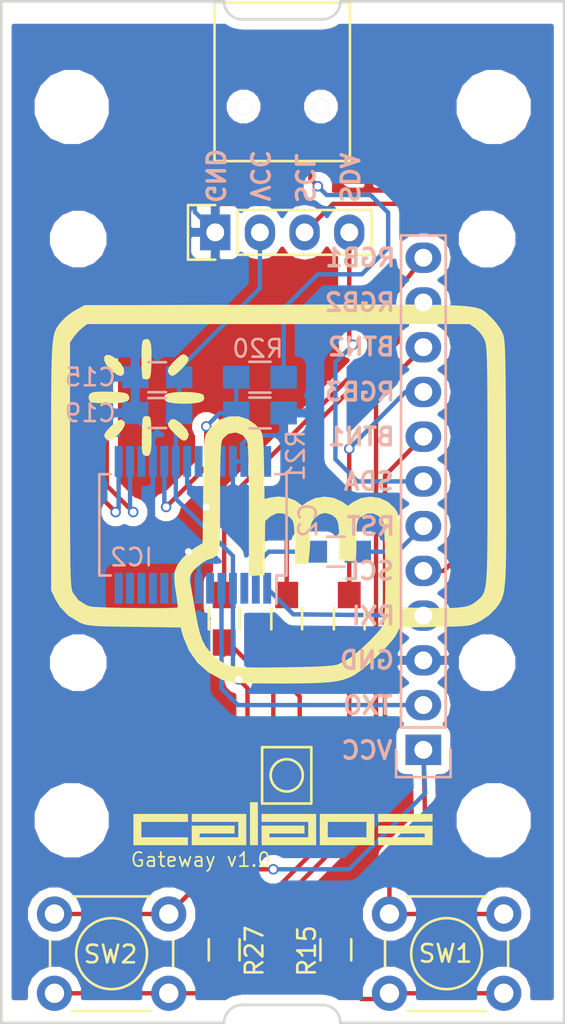
<source format=kicad_pcb>
(kicad_pcb (version 4) (host pcbnew 4.0.4-stable)

  (general
    (links 49)
    (no_connects 0)
    (area 109.424999 63.924999 141.575001 122.075001)
    (thickness 1.6)
    (drawings 29)
    (tracks 175)
    (zones 0)
    (modules 27)
    (nets 21)
  )

  (page A4)
  (layers
    (0 F.Cu signal)
    (31 B.Cu signal)
    (32 B.Adhes user)
    (33 F.Adhes user)
    (34 B.Paste user)
    (35 F.Paste user)
    (36 B.SilkS user)
    (37 F.SilkS user hide)
    (38 B.Mask user)
    (39 F.Mask user)
    (40 Dwgs.User user)
    (41 Cmts.User user)
    (42 Eco1.User user)
    (43 Eco2.User user)
    (44 Edge.Cuts user)
    (45 Margin user)
    (46 B.CrtYd user)
    (47 F.CrtYd user)
    (48 B.Fab user)
    (49 F.Fab user)
  )

  (setup
    (last_trace_width 0.25)
    (trace_clearance 0.2)
    (zone_clearance 0.508)
    (zone_45_only yes)
    (trace_min 0.2)
    (segment_width 0.2)
    (edge_width 0.15)
    (via_size 0.6)
    (via_drill 0.4)
    (via_min_size 0.4)
    (via_min_drill 0.3)
    (uvia_size 0.3)
    (uvia_drill 0.1)
    (uvias_allowed no)
    (uvia_min_size 0.2)
    (uvia_min_drill 0.1)
    (pcb_text_width 0.3)
    (pcb_text_size 1.5 1.5)
    (mod_edge_width 0.15)
    (mod_text_size 1 1)
    (mod_text_width 0.15)
    (pad_size 2.2 2.2)
    (pad_drill 2.2)
    (pad_to_mask_clearance 0.2)
    (aux_axis_origin 0 0)
    (visible_elements 7FFFF7FF)
    (pcbplotparams
      (layerselection 0x00030_80000001)
      (usegerberextensions false)
      (excludeedgelayer true)
      (linewidth 0.100000)
      (plotframeref false)
      (viasonmask false)
      (mode 1)
      (useauxorigin false)
      (hpglpennumber 1)
      (hpglpenspeed 20)
      (hpglpendiameter 15)
      (hpglpenoverlay 2)
      (psnegative false)
      (psa4output false)
      (plotreference true)
      (plotvalue true)
      (plotinvisibletext false)
      (padsonsilk false)
      (subtractmaskfromsilk false)
      (outputformat 1)
      (mirror false)
      (drillshape 1)
      (scaleselection 1)
      (outputdirectory ""))
  )

  (net 0 "")
  (net 1 "Net-(C2-Pad2)")
  (net 2 VCC)
  (net 3 GND)
  (net 4 "Net-(IC2-Pad19)")
  (net 5 "Net-(IC2-Pad15)")
  (net 6 "Net-(IC2-Pad16)")
  (net 7 "Net-(P1-Pad1)")
  (net 8 RST)
  (net 9 "Net-(D1-Pad3)")
  (net 10 "Net-(D1-Pad4)")
  (net 11 "Net-(D1-Pad1)")
  (net 12 RXI)
  (net 13 TXO)
  (net 14 SCL)
  (net 15 SDA)
  (net 16 BTN1)
  (net 17 RGB3)
  (net 18 BTN2)
  (net 19 RGB2)
  (net 20 RGB1)

  (net_class Default "Ceci est la Netclass par défaut"
    (clearance 0.2)
    (trace_width 0.25)
    (via_dia 0.6)
    (via_drill 0.4)
    (uvia_dia 0.3)
    (uvia_drill 0.1)
    (add_net BTN1)
    (add_net BTN2)
    (add_net GND)
    (add_net "Net-(C2-Pad2)")
    (add_net "Net-(D1-Pad1)")
    (add_net "Net-(D1-Pad3)")
    (add_net "Net-(D1-Pad4)")
    (add_net "Net-(IC2-Pad15)")
    (add_net "Net-(IC2-Pad16)")
    (add_net "Net-(IC2-Pad19)")
    (add_net "Net-(P1-Pad1)")
    (add_net RGB1)
    (add_net RGB2)
    (add_net RGB3)
    (add_net RST)
    (add_net RXI)
    (add_net SCL)
    (add_net SDA)
    (add_net TXO)
    (add_net VCC)
  )

  (module Capacitors_SMD:C_0805_HandSoldering (layer B.Cu) (tedit 58418D33) (tstamp 5840499F)
    (at 118.364 87.376 180)
    (descr "Capacitor SMD 0805, hand soldering")
    (tags "capacitor 0805")
    (path /583E37A8)
    (attr smd)
    (fp_text reference C19 (at 3.81 0 180) (layer B.SilkS)
      (effects (font (size 1 1) (thickness 0.15)) (justify mirror))
    )
    (fp_text value 100nF (at 0 -2.1 180) (layer B.Fab)
      (effects (font (size 1 1) (thickness 0.15)) (justify mirror))
    )
    (fp_line (start -1 -0.625) (end -1 0.625) (layer B.Fab) (width 0.15))
    (fp_line (start 1 -0.625) (end -1 -0.625) (layer B.Fab) (width 0.15))
    (fp_line (start 1 0.625) (end 1 -0.625) (layer B.Fab) (width 0.15))
    (fp_line (start -1 0.625) (end 1 0.625) (layer B.Fab) (width 0.15))
    (fp_line (start -2.3 1) (end 2.3 1) (layer B.CrtYd) (width 0.05))
    (fp_line (start -2.3 -1) (end 2.3 -1) (layer B.CrtYd) (width 0.05))
    (fp_line (start -2.3 1) (end -2.3 -1) (layer B.CrtYd) (width 0.05))
    (fp_line (start 2.3 1) (end 2.3 -1) (layer B.CrtYd) (width 0.05))
    (fp_line (start 0.5 0.85) (end -0.5 0.85) (layer B.SilkS) (width 0.15))
    (fp_line (start -0.5 -0.85) (end 0.5 -0.85) (layer B.SilkS) (width 0.15))
    (pad 1 smd rect (at -1.25 0 180) (size 1.5 1.25) (layers B.Cu B.Paste B.Mask)
      (net 2 VCC))
    (pad 2 smd rect (at 1.25 0 180) (size 1.5 1.25) (layers B.Cu B.Paste B.Mask)
      (net 3 GND))
    (model Capacitors_SMD.3dshapes/C_0805_HandSoldering.wrl
      (at (xyz 0 0 0))
      (scale (xyz 1 1 1))
      (rotate (xyz 0 0 0))
    )
  )

  (module Mounting_Holes:MountingHole_2.2mm_M2 (layer F.Cu) (tedit 58418B89) (tstamp 58422730)
    (at 137.127 77.5)
    (descr "Mounting Hole 2.2mm, no annular, M2")
    (tags "mounting hole 2.2mm no annular m2")
    (fp_text reference REF** (at 0 -3.2) (layer F.SilkS) hide
      (effects (font (size 1 1) (thickness 0.15)))
    )
    (fp_text value MountingHole_2.2mm_M2 (at 0 3.2) (layer F.Fab) hide
      (effects (font (size 1 1) (thickness 0.15)))
    )
    (fp_circle (center 0 0) (end 2.2 0) (layer Cmts.User) (width 0.15))
    (fp_circle (center 0 0) (end 2.45 0) (layer F.CrtYd) (width 0.05))
    (pad 1 np_thru_hole circle (at 0 0) (size 2.2 2.2) (drill 2.2) (layers *.Cu *.Mask))
  )

  (module Mounting_Holes:MountingHole_2.2mm_M2 (layer F.Cu) (tedit 58418B87) (tstamp 58422720)
    (at 113.873 77.5)
    (descr "Mounting Hole 2.2mm, no annular, M2")
    (tags "mounting hole 2.2mm no annular m2")
    (fp_text reference REF** (at 0 -3.2) (layer F.SilkS) hide
      (effects (font (size 1 1) (thickness 0.15)))
    )
    (fp_text value MountingHole_2.2mm_M2 (at 0 3.2) (layer F.Fab) hide
      (effects (font (size 1 1) (thickness 0.15)))
    )
    (fp_circle (center 0 0) (end 2.2 0) (layer Cmts.User) (width 0.15))
    (fp_circle (center 0 0) (end 2.45 0) (layer F.CrtYd) (width 0.05))
    (pad 1 np_thru_hole circle (at 0 0) (size 2.2 2.2) (drill 2.2) (layers *.Cu *.Mask))
  )

  (module Mounting_Holes:MountingHole_2.2mm_M2 (layer F.Cu) (tedit 58433C05) (tstamp 58422624)
    (at 113.873 101.554)
    (descr "Mounting Hole 2.2mm, no annular, M2")
    (tags "mounting hole 2.2mm no annular m2")
    (fp_text reference REF** (at 0 -3.2) (layer F.SilkS) hide
      (effects (font (size 1 1) (thickness 0.15)))
    )
    (fp_text value MountingHole_2.2mm_M2 (at 0 3.2) (layer F.Fab) hide
      (effects (font (size 1 1) (thickness 0.15)))
    )
    (fp_circle (center 0 0) (end 2.2 0) (layer Cmts.User) (width 0.15))
    (fp_circle (center 0 0) (end 2.45 0) (layer F.CrtYd) (width 0.05))
    (pad "" np_thru_hole circle (at 0 0) (size 2.2 2.2) (drill 2.2) (layers *.Cu *.Mask))
  )

  (module Mounting_Holes:MountingHole_3.2mm_M3 (layer F.Cu) (tedit 58418B51) (tstamp 5841D948)
    (at 137.5 110.5)
    (descr "Mounting Hole 3.2mm, no annular, M3")
    (tags "mounting hole 3.2mm no annular m3")
    (fp_text reference REF** (at 0 -4.2) (layer F.SilkS) hide
      (effects (font (size 1 1) (thickness 0.15)))
    )
    (fp_text value MountingHole_3.2mm_M3 (at 0 4.2) (layer F.Fab) hide
      (effects (font (size 1 1) (thickness 0.15)))
    )
    (fp_circle (center 0 0) (end 3.2 0) (layer Cmts.User) (width 0.15))
    (fp_circle (center 0 0) (end 3.45 0) (layer F.CrtYd) (width 0.05))
    (pad 1 np_thru_hole circle (at 0 0) (size 3.2 3.2) (drill 3.2) (layers *.Cu *.Mask))
  )

  (module Mounting_Holes:MountingHole_3.2mm_M3 (layer F.Cu) (tedit 58418B8B) (tstamp 5841D91D)
    (at 137.5 70)
    (descr "Mounting Hole 3.2mm, no annular, M3")
    (tags "mounting hole 3.2mm no annular m3")
    (fp_text reference REF** (at 0 -4.2) (layer F.SilkS) hide
      (effects (font (size 1 1) (thickness 0.15)))
    )
    (fp_text value MountingHole_3.2mm_M3 (at 0 4.2) (layer F.Fab) hide
      (effects (font (size 1 1) (thickness 0.15)))
    )
    (fp_circle (center 0 0) (end 3.2 0) (layer Cmts.User) (width 0.15))
    (fp_circle (center 0 0) (end 3.45 0) (layer F.CrtYd) (width 0.05))
    (pad 1 np_thru_hole circle (at 0 0) (size 3.2 3.2) (drill 3.2) (layers *.Cu *.Mask))
  )

  (module Mounting_Holes:MountingHole_3.2mm_M3 (layer F.Cu) (tedit 58418B8E) (tstamp 5841D90D)
    (at 113.5 70)
    (descr "Mounting Hole 3.2mm, no annular, M3")
    (tags "mounting hole 3.2mm no annular m3")
    (fp_text reference REF** (at 0 -4.2) (layer F.SilkS) hide
      (effects (font (size 1 1) (thickness 0.15)))
    )
    (fp_text value MountingHole_3.2mm_M3 (at 0 4.2) (layer F.Fab) hide
      (effects (font (size 1 1) (thickness 0.15)))
    )
    (fp_circle (center 0 0) (end 3.2 0) (layer Cmts.User) (width 0.15))
    (fp_circle (center 0 0) (end 3.45 0) (layer F.CrtYd) (width 0.05))
    (pad 1 np_thru_hole circle (at 0 0) (size 3.2 3.2) (drill 3.2) (layers *.Cu *.Mask))
  )

  (module Capacitors_SMD:C_0805_HandSoldering (layer B.Cu) (tedit 5845869B) (tstamp 58404993)
    (at 128.524 95.25 180)
    (descr "Capacitor SMD 0805, hand soldering")
    (tags "capacitor 0805")
    (path /583B6E0E)
    (attr smd)
    (fp_text reference C2 (at 1.5875 1.778 270) (layer B.SilkS)
      (effects (font (size 1 1) (thickness 0.15)) (justify mirror))
    )
    (fp_text value 0.1uF (at 0 -2.1 180) (layer B.Fab)
      (effects (font (size 1 1) (thickness 0.15)) (justify mirror))
    )
    (fp_line (start -1 -0.625) (end -1 0.625) (layer B.Fab) (width 0.15))
    (fp_line (start 1 -0.625) (end -1 -0.625) (layer B.Fab) (width 0.15))
    (fp_line (start 1 0.625) (end 1 -0.625) (layer B.Fab) (width 0.15))
    (fp_line (start -1 0.625) (end 1 0.625) (layer B.Fab) (width 0.15))
    (fp_line (start -2.3 1) (end 2.3 1) (layer B.CrtYd) (width 0.05))
    (fp_line (start -2.3 -1) (end 2.3 -1) (layer B.CrtYd) (width 0.05))
    (fp_line (start -2.3 1) (end -2.3 -1) (layer B.CrtYd) (width 0.05))
    (fp_line (start 2.3 1) (end 2.3 -1) (layer B.CrtYd) (width 0.05))
    (fp_line (start 0.5 0.85) (end -0.5 0.85) (layer B.SilkS) (width 0.15))
    (fp_line (start -0.5 -0.85) (end 0.5 -0.85) (layer B.SilkS) (width 0.15))
    (pad 1 smd rect (at -1.25 0 180) (size 1.5 1.25) (layers B.Cu B.Paste B.Mask)
      (net 8 RST))
    (pad 2 smd rect (at 1.25 0 180) (size 1.5 1.25) (layers B.Cu B.Paste B.Mask)
      (net 1 "Net-(C2-Pad2)"))
    (model Capacitors_SMD.3dshapes/C_0805_HandSoldering.wrl
      (at (xyz 0 0 0))
      (scale (xyz 1 1 1))
      (rotate (xyz 0 0 0))
    )
  )

  (module Capacitors_SMD:C_0805_HandSoldering (layer B.Cu) (tedit 58418D17) (tstamp 58404999)
    (at 118.364 85.344 180)
    (descr "Capacitor SMD 0805, hand soldering")
    (tags "capacitor 0805")
    (path /583B6BA0)
    (attr smd)
    (fp_text reference C15 (at 3.81 0 180) (layer B.SilkS)
      (effects (font (size 1 1) (thickness 0.15)) (justify mirror))
    )
    (fp_text value 100nF (at 0 -2.1 180) (layer B.Fab)
      (effects (font (size 1 1) (thickness 0.15)) (justify mirror))
    )
    (fp_line (start -1 -0.625) (end -1 0.625) (layer B.Fab) (width 0.15))
    (fp_line (start 1 -0.625) (end -1 -0.625) (layer B.Fab) (width 0.15))
    (fp_line (start 1 0.625) (end 1 -0.625) (layer B.Fab) (width 0.15))
    (fp_line (start -1 0.625) (end 1 0.625) (layer B.Fab) (width 0.15))
    (fp_line (start -2.3 1) (end 2.3 1) (layer B.CrtYd) (width 0.05))
    (fp_line (start -2.3 -1) (end 2.3 -1) (layer B.CrtYd) (width 0.05))
    (fp_line (start -2.3 1) (end -2.3 -1) (layer B.CrtYd) (width 0.05))
    (fp_line (start 2.3 1) (end 2.3 -1) (layer B.CrtYd) (width 0.05))
    (fp_line (start 0.5 0.85) (end -0.5 0.85) (layer B.SilkS) (width 0.15))
    (fp_line (start -0.5 -0.85) (end 0.5 -0.85) (layer B.SilkS) (width 0.15))
    (pad 1 smd rect (at -1.25 0 180) (size 1.5 1.25) (layers B.Cu B.Paste B.Mask)
      (net 2 VCC))
    (pad 2 smd rect (at 1.25 0 180) (size 1.5 1.25) (layers B.Cu B.Paste B.Mask)
      (net 3 GND))
    (model Capacitors_SMD.3dshapes/C_0805_HandSoldering.wrl
      (at (xyz 0 0 0))
      (scale (xyz 1 1 1))
      (rotate (xyz 0 0 0))
    )
  )

  (module Housings_SSOP:SSOP-28_5.3x10.2mm_Pitch0.65mm (layer B.Cu) (tedit 58458677) (tstamp 584049BF)
    (at 120.396 93.726 90)
    (descr "28-Lead Plastic Shrink Small Outline (SS)-5.30 mm Body [SSOP] (see Microchip Packaging Specification 00000049BS.pdf)")
    (tags "SSOP 0.65")
    (path /583B43B4)
    (attr smd)
    (fp_text reference IC2 (at -1.8415 -3.4925 180) (layer B.SilkS)
      (effects (font (size 1 1) (thickness 0.15)) (justify mirror))
    )
    (fp_text value FT232RL (at 0 -6.25 90) (layer B.Fab)
      (effects (font (size 1 1) (thickness 0.15)) (justify mirror))
    )
    (fp_line (start -1.65 5.1) (end 2.65 5.1) (layer B.Fab) (width 0.15))
    (fp_line (start 2.65 5.1) (end 2.65 -5.1) (layer B.Fab) (width 0.15))
    (fp_line (start 2.65 -5.1) (end -2.65 -5.1) (layer B.Fab) (width 0.15))
    (fp_line (start -2.65 -5.1) (end -2.65 4.1) (layer B.Fab) (width 0.15))
    (fp_line (start -2.65 4.1) (end -1.65 5.1) (layer B.Fab) (width 0.15))
    (fp_line (start -4.75 5.5) (end -4.75 -5.5) (layer B.CrtYd) (width 0.05))
    (fp_line (start 4.75 5.5) (end 4.75 -5.5) (layer B.CrtYd) (width 0.05))
    (fp_line (start -4.75 5.5) (end 4.75 5.5) (layer B.CrtYd) (width 0.05))
    (fp_line (start -4.75 -5.5) (end 4.75 -5.5) (layer B.CrtYd) (width 0.05))
    (fp_line (start -2.875 5.325) (end -2.875 4.75) (layer B.SilkS) (width 0.15))
    (fp_line (start 2.875 5.325) (end 2.875 4.675) (layer B.SilkS) (width 0.15))
    (fp_line (start 2.875 -5.325) (end 2.875 -4.675) (layer B.SilkS) (width 0.15))
    (fp_line (start -2.875 -5.325) (end -2.875 -4.675) (layer B.SilkS) (width 0.15))
    (fp_line (start -2.875 5.325) (end 2.875 5.325) (layer B.SilkS) (width 0.15))
    (fp_line (start -2.875 -5.325) (end 2.875 -5.325) (layer B.SilkS) (width 0.15))
    (fp_line (start -2.875 4.75) (end -4.475 4.75) (layer B.SilkS) (width 0.15))
    (pad 1 smd rect (at -3.6 4.225 90) (size 1.75 0.45) (layers B.Cu B.Paste B.Mask)
      (net 12 RXI))
    (pad 2 smd rect (at -3.6 3.575 90) (size 1.75 0.45) (layers B.Cu B.Paste B.Mask)
      (net 1 "Net-(C2-Pad2)"))
    (pad 3 smd rect (at -3.6 2.925 90) (size 1.75 0.45) (layers B.Cu B.Paste B.Mask))
    (pad 4 smd rect (at -3.6 2.275 90) (size 1.75 0.45) (layers B.Cu B.Paste B.Mask)
      (net 2 VCC))
    (pad 5 smd rect (at -3.6 1.625 90) (size 1.75 0.45) (layers B.Cu B.Paste B.Mask)
      (net 13 TXO))
    (pad 6 smd rect (at -3.6 0.975 90) (size 1.75 0.45) (layers B.Cu B.Paste B.Mask))
    (pad 7 smd rect (at -3.6 0.325 90) (size 1.75 0.45) (layers B.Cu B.Paste B.Mask)
      (net 3 GND))
    (pad 8 smd rect (at -3.6 -0.325 90) (size 1.75 0.45) (layers B.Cu B.Paste B.Mask))
    (pad 9 smd rect (at -3.6 -0.975 90) (size 1.75 0.45) (layers B.Cu B.Paste B.Mask))
    (pad 10 smd rect (at -3.6 -1.625 90) (size 1.75 0.45) (layers B.Cu B.Paste B.Mask))
    (pad 11 smd rect (at -3.6 -2.275 90) (size 1.75 0.45) (layers B.Cu B.Paste B.Mask))
    (pad 12 smd rect (at -3.6 -2.925 90) (size 1.75 0.45) (layers B.Cu B.Paste B.Mask))
    (pad 13 smd rect (at -3.6 -3.575 90) (size 1.75 0.45) (layers B.Cu B.Paste B.Mask))
    (pad 14 smd rect (at -3.6 -4.225 90) (size 1.75 0.45) (layers B.Cu B.Paste B.Mask))
    (pad 15 smd rect (at 3.6 -4.225 90) (size 1.75 0.45) (layers B.Cu B.Paste B.Mask)
      (net 5 "Net-(IC2-Pad15)"))
    (pad 16 smd rect (at 3.6 -3.575 90) (size 1.75 0.45) (layers B.Cu B.Paste B.Mask)
      (net 6 "Net-(IC2-Pad16)"))
    (pad 17 smd rect (at 3.6 -2.925 90) (size 1.75 0.45) (layers B.Cu B.Paste B.Mask))
    (pad 18 smd rect (at 3.6 -2.275 90) (size 1.75 0.45) (layers B.Cu B.Paste B.Mask)
      (net 3 GND))
    (pad 19 smd rect (at 3.6 -1.625 90) (size 1.75 0.45) (layers B.Cu B.Paste B.Mask)
      (net 4 "Net-(IC2-Pad19)"))
    (pad 20 smd rect (at 3.6 -0.975 90) (size 1.75 0.45) (layers B.Cu B.Paste B.Mask)
      (net 2 VCC))
    (pad 21 smd rect (at 3.6 -0.325 90) (size 1.75 0.45) (layers B.Cu B.Paste B.Mask)
      (net 3 GND))
    (pad 22 smd rect (at 3.6 0.325 90) (size 1.75 0.45) (layers B.Cu B.Paste B.Mask))
    (pad 23 smd rect (at 3.6 0.975 90) (size 1.75 0.45) (layers B.Cu B.Paste B.Mask))
    (pad 24 smd rect (at 3.6 1.625 90) (size 1.75 0.45) (layers B.Cu B.Paste B.Mask))
    (pad 25 smd rect (at 3.6 2.275 90) (size 1.75 0.45) (layers B.Cu B.Paste B.Mask)
      (net 3 GND))
    (pad 26 smd rect (at 3.6 2.925 90) (size 1.75 0.45) (layers B.Cu B.Paste B.Mask)
      (net 3 GND))
    (pad 27 smd rect (at 3.6 3.575 90) (size 1.75 0.45) (layers B.Cu B.Paste B.Mask))
    (pad 28 smd rect (at 3.6 4.225 90) (size 1.75 0.45) (layers B.Cu B.Paste B.Mask))
    (model Housings_SSOP.3dshapes/SSOP-28_5.3x10.2mm_Pitch0.65mm.wrl
      (at (xyz 0 0 0))
      (scale (xyz 1 1 1))
      (rotate (xyz 0 0 0))
    )
  )

  (module Resistors_SMD:R_0805_HandSoldering (layer F.Cu) (tedit 58458630) (tstamp 584049C5)
    (at 128.524 117.856 270)
    (descr "Resistor SMD 0805, hand soldering")
    (tags "resistor 0805")
    (path /5839DACB)
    (attr smd)
    (fp_text reference R15 (at 0.0635 1.651 450) (layer F.SilkS)
      (effects (font (size 1 1) (thickness 0.15)))
    )
    (fp_text value 10K (at 3.302 0.254 360) (layer F.Fab) hide
      (effects (font (size 1 1) (thickness 0.15)))
    )
    (fp_line (start -1 0.625) (end -1 -0.625) (layer F.Fab) (width 0.1))
    (fp_line (start 1 0.625) (end -1 0.625) (layer F.Fab) (width 0.1))
    (fp_line (start 1 -0.625) (end 1 0.625) (layer F.Fab) (width 0.1))
    (fp_line (start -1 -0.625) (end 1 -0.625) (layer F.Fab) (width 0.1))
    (fp_line (start -2.4 -1) (end 2.4 -1) (layer F.CrtYd) (width 0.05))
    (fp_line (start -2.4 1) (end 2.4 1) (layer F.CrtYd) (width 0.05))
    (fp_line (start -2.4 -1) (end -2.4 1) (layer F.CrtYd) (width 0.05))
    (fp_line (start 2.4 -1) (end 2.4 1) (layer F.CrtYd) (width 0.05))
    (fp_line (start 0.6 0.875) (end -0.6 0.875) (layer F.SilkS) (width 0.15))
    (fp_line (start -0.6 -0.875) (end 0.6 -0.875) (layer F.SilkS) (width 0.15))
    (pad 1 smd rect (at -1.35 0 270) (size 1.5 1.3) (layers F.Cu F.Paste F.Mask)
      (net 3 GND))
    (pad 2 smd rect (at 1.35 0 270) (size 1.5 1.3) (layers F.Cu F.Paste F.Mask)
      (net 16 BTN1))
    (model Resistors_SMD.3dshapes/R_0805_HandSoldering.wrl
      (at (xyz 0 0 0))
      (scale (xyz 1 1 1))
      (rotate (xyz 0 0 0))
    )
  )

  (module Resistors_SMD:R_0805_HandSoldering (layer F.Cu) (tedit 58458646) (tstamp 584049CB)
    (at 122.174 99.06 270)
    (descr "Resistor SMD 0805, hand soldering")
    (tags "resistor 0805")
    (path /5839F197)
    (attr smd)
    (fp_text reference R16 (at 0 -1.778 270) (layer F.SilkS) hide
      (effects (font (size 1 1) (thickness 0.15)))
    )
    (fp_text value 100 (at 0 2.1 270) (layer F.Fab) hide
      (effects (font (size 1 1) (thickness 0.15)))
    )
    (fp_line (start -1 0.625) (end -1 -0.625) (layer F.Fab) (width 0.1))
    (fp_line (start 1 0.625) (end -1 0.625) (layer F.Fab) (width 0.1))
    (fp_line (start 1 -0.625) (end 1 0.625) (layer F.Fab) (width 0.1))
    (fp_line (start -1 -0.625) (end 1 -0.625) (layer F.Fab) (width 0.1))
    (fp_line (start -2.4 -1) (end 2.4 -1) (layer F.CrtYd) (width 0.05))
    (fp_line (start -2.4 1) (end 2.4 1) (layer F.CrtYd) (width 0.05))
    (fp_line (start -2.4 -1) (end -2.4 1) (layer F.CrtYd) (width 0.05))
    (fp_line (start 2.4 -1) (end 2.4 1) (layer F.CrtYd) (width 0.05))
    (fp_line (start 0.6 0.875) (end -0.6 0.875) (layer F.SilkS) (width 0.15))
    (fp_line (start -0.6 -0.875) (end 0.6 -0.875) (layer F.SilkS) (width 0.15))
    (pad 1 smd rect (at -1.35 0 270) (size 1.5 1.3) (layers F.Cu F.Paste F.Mask)
      (net 20 RGB1))
    (pad 2 smd rect (at 1.35 0 270) (size 1.5 1.3) (layers F.Cu F.Paste F.Mask)
      (net 11 "Net-(D1-Pad1)"))
    (model Resistors_SMD.3dshapes/R_0805_HandSoldering.wrl
      (at (xyz 0 0 0))
      (scale (xyz 1 1 1))
      (rotate (xyz 0 0 0))
    )
  )

  (module Resistors_SMD:R_0805_HandSoldering (layer B.Cu) (tedit 584479C7) (tstamp 584049D1)
    (at 124.206 85.344 180)
    (descr "Resistor SMD 0805, hand soldering")
    (tags "resistor 0805")
    (path /583B4E04)
    (attr smd)
    (fp_text reference R20 (at 0.116 1.624 180) (layer B.SilkS)
      (effects (font (size 1 1) (thickness 0.15)) (justify mirror))
    )
    (fp_text value 4k7 (at 0 -2.1 180) (layer B.Fab)
      (effects (font (size 1 1) (thickness 0.15)) (justify mirror))
    )
    (fp_line (start -1 -0.625) (end -1 0.625) (layer B.Fab) (width 0.1))
    (fp_line (start 1 -0.625) (end -1 -0.625) (layer B.Fab) (width 0.1))
    (fp_line (start 1 0.625) (end 1 -0.625) (layer B.Fab) (width 0.1))
    (fp_line (start -1 0.625) (end 1 0.625) (layer B.Fab) (width 0.1))
    (fp_line (start -2.4 1) (end 2.4 1) (layer B.CrtYd) (width 0.05))
    (fp_line (start -2.4 -1) (end 2.4 -1) (layer B.CrtYd) (width 0.05))
    (fp_line (start -2.4 1) (end -2.4 -1) (layer B.CrtYd) (width 0.05))
    (fp_line (start 2.4 1) (end 2.4 -1) (layer B.CrtYd) (width 0.05))
    (fp_line (start 0.6 -0.875) (end -0.6 -0.875) (layer B.SilkS) (width 0.15))
    (fp_line (start -0.6 0.875) (end 0.6 0.875) (layer B.SilkS) (width 0.15))
    (pad 1 smd rect (at -1.35 0 180) (size 1.5 1.3) (layers B.Cu B.Paste B.Mask)
      (net 7 "Net-(P1-Pad1)"))
    (pad 2 smd rect (at 1.35 0 180) (size 1.5 1.3) (layers B.Cu B.Paste B.Mask)
      (net 4 "Net-(IC2-Pad19)"))
    (model Resistors_SMD.3dshapes/R_0805_HandSoldering.wrl
      (at (xyz 0 0 0))
      (scale (xyz 1 1 1))
      (rotate (xyz 0 0 0))
    )
  )

  (module Resistors_SMD:R_0805_HandSoldering (layer B.Cu) (tedit 584586B4) (tstamp 584049D7)
    (at 124.206 87.376)
    (descr "Resistor SMD 0805, hand soldering")
    (tags "resistor 0805")
    (path /583B4EB8)
    (attr smd)
    (fp_text reference R21 (at 2.032 2.413 90) (layer B.SilkS)
      (effects (font (size 1 1) (thickness 0.15)) (justify mirror))
    )
    (fp_text value 10k (at 0 -2.1) (layer B.Fab)
      (effects (font (size 1 1) (thickness 0.15)) (justify mirror))
    )
    (fp_line (start -1 -0.625) (end -1 0.625) (layer B.Fab) (width 0.1))
    (fp_line (start 1 -0.625) (end -1 -0.625) (layer B.Fab) (width 0.1))
    (fp_line (start 1 0.625) (end 1 -0.625) (layer B.Fab) (width 0.1))
    (fp_line (start -1 0.625) (end 1 0.625) (layer B.Fab) (width 0.1))
    (fp_line (start -2.4 1) (end 2.4 1) (layer B.CrtYd) (width 0.05))
    (fp_line (start -2.4 -1) (end 2.4 -1) (layer B.CrtYd) (width 0.05))
    (fp_line (start -2.4 1) (end -2.4 -1) (layer B.CrtYd) (width 0.05))
    (fp_line (start 2.4 1) (end 2.4 -1) (layer B.CrtYd) (width 0.05))
    (fp_line (start 0.6 -0.875) (end -0.6 -0.875) (layer B.SilkS) (width 0.15))
    (fp_line (start -0.6 0.875) (end 0.6 0.875) (layer B.SilkS) (width 0.15))
    (pad 1 smd rect (at -1.35 0) (size 1.5 1.3) (layers B.Cu B.Paste B.Mask)
      (net 4 "Net-(IC2-Pad19)"))
    (pad 2 smd rect (at 1.35 0) (size 1.5 1.3) (layers B.Cu B.Paste B.Mask)
      (net 3 GND))
    (model Resistors_SMD.3dshapes/R_0805_HandSoldering.wrl
      (at (xyz 0 0 0))
      (scale (xyz 1 1 1))
      (rotate (xyz 0 0 0))
    )
  )

  (module Resistors_SMD:R_0805_HandSoldering (layer F.Cu) (tedit 5845864C) (tstamp 584049DD)
    (at 125.73 99.06 270)
    (descr "Resistor SMD 0805, hand soldering")
    (tags "resistor 0805")
    (path /583C9A37)
    (attr smd)
    (fp_text reference R22 (at 0 -1.778 270) (layer F.SilkS) hide
      (effects (font (size 1 1) (thickness 0.15)))
    )
    (fp_text value 100 (at 0 2.1 270) (layer F.Fab) hide
      (effects (font (size 1 1) (thickness 0.15)))
    )
    (fp_line (start -1 0.625) (end -1 -0.625) (layer F.Fab) (width 0.1))
    (fp_line (start 1 0.625) (end -1 0.625) (layer F.Fab) (width 0.1))
    (fp_line (start 1 -0.625) (end 1 0.625) (layer F.Fab) (width 0.1))
    (fp_line (start -1 -0.625) (end 1 -0.625) (layer F.Fab) (width 0.1))
    (fp_line (start -2.4 -1) (end 2.4 -1) (layer F.CrtYd) (width 0.05))
    (fp_line (start -2.4 1) (end 2.4 1) (layer F.CrtYd) (width 0.05))
    (fp_line (start -2.4 -1) (end -2.4 1) (layer F.CrtYd) (width 0.05))
    (fp_line (start 2.4 -1) (end 2.4 1) (layer F.CrtYd) (width 0.05))
    (fp_line (start 0.6 0.875) (end -0.6 0.875) (layer F.SilkS) (width 0.15))
    (fp_line (start -0.6 -0.875) (end 0.6 -0.875) (layer F.SilkS) (width 0.15))
    (pad 1 smd rect (at -1.35 0 270) (size 1.5 1.3) (layers F.Cu F.Paste F.Mask)
      (net 19 RGB2))
    (pad 2 smd rect (at 1.35 0 270) (size 1.5 1.3) (layers F.Cu F.Paste F.Mask)
      (net 10 "Net-(D1-Pad4)"))
    (model Resistors_SMD.3dshapes/R_0805_HandSoldering.wrl
      (at (xyz 0 0 0))
      (scale (xyz 1 1 1))
      (rotate (xyz 0 0 0))
    )
  )

  (module Resistors_SMD:R_0805_HandSoldering (layer F.Cu) (tedit 58458654) (tstamp 584049E3)
    (at 129.286 99.06 270)
    (descr "Resistor SMD 0805, hand soldering")
    (tags "resistor 0805")
    (path /583C9B23)
    (attr smd)
    (fp_text reference R23 (at 0 -1.778 270) (layer F.SilkS) hide
      (effects (font (size 1 1) (thickness 0.15)))
    )
    (fp_text value 100 (at 0 2.1 270) (layer F.Fab) hide
      (effects (font (size 1 1) (thickness 0.15)))
    )
    (fp_line (start -1 0.625) (end -1 -0.625) (layer F.Fab) (width 0.1))
    (fp_line (start 1 0.625) (end -1 0.625) (layer F.Fab) (width 0.1))
    (fp_line (start 1 -0.625) (end 1 0.625) (layer F.Fab) (width 0.1))
    (fp_line (start -1 -0.625) (end 1 -0.625) (layer F.Fab) (width 0.1))
    (fp_line (start -2.4 -1) (end 2.4 -1) (layer F.CrtYd) (width 0.05))
    (fp_line (start -2.4 1) (end 2.4 1) (layer F.CrtYd) (width 0.05))
    (fp_line (start -2.4 -1) (end -2.4 1) (layer F.CrtYd) (width 0.05))
    (fp_line (start 2.4 -1) (end 2.4 1) (layer F.CrtYd) (width 0.05))
    (fp_line (start 0.6 0.875) (end -0.6 0.875) (layer F.SilkS) (width 0.15))
    (fp_line (start -0.6 -0.875) (end 0.6 -0.875) (layer F.SilkS) (width 0.15))
    (pad 1 smd rect (at -1.35 0 270) (size 1.5 1.3) (layers F.Cu F.Paste F.Mask)
      (net 17 RGB3))
    (pad 2 smd rect (at 1.35 0 270) (size 1.5 1.3) (layers F.Cu F.Paste F.Mask)
      (net 9 "Net-(D1-Pad3)"))
    (model Resistors_SMD.3dshapes/R_0805_HandSoldering.wrl
      (at (xyz 0 0 0))
      (scale (xyz 1 1 1))
      (rotate (xyz 0 0 0))
    )
  )

  (module Resistors_SMD:R_0805_HandSoldering (layer F.Cu) (tedit 5845861F) (tstamp 584049E9)
    (at 122.174 117.856 270)
    (descr "Resistor SMD 0805, hand soldering")
    (tags "resistor 0805")
    (path /583D70D2)
    (attr smd)
    (fp_text reference R27 (at 0.0635 -1.7145 450) (layer F.SilkS)
      (effects (font (size 1 1) (thickness 0.15)))
    )
    (fp_text value 10K (at -3.302 0 360) (layer F.Fab) hide
      (effects (font (size 1 1) (thickness 0.15)))
    )
    (fp_line (start -1 0.625) (end -1 -0.625) (layer F.Fab) (width 0.1))
    (fp_line (start 1 0.625) (end -1 0.625) (layer F.Fab) (width 0.1))
    (fp_line (start 1 -0.625) (end 1 0.625) (layer F.Fab) (width 0.1))
    (fp_line (start -1 -0.625) (end 1 -0.625) (layer F.Fab) (width 0.1))
    (fp_line (start -2.4 -1) (end 2.4 -1) (layer F.CrtYd) (width 0.05))
    (fp_line (start -2.4 1) (end 2.4 1) (layer F.CrtYd) (width 0.05))
    (fp_line (start -2.4 -1) (end -2.4 1) (layer F.CrtYd) (width 0.05))
    (fp_line (start 2.4 -1) (end 2.4 1) (layer F.CrtYd) (width 0.05))
    (fp_line (start 0.6 0.875) (end -0.6 0.875) (layer F.SilkS) (width 0.15))
    (fp_line (start -0.6 -0.875) (end 0.6 -0.875) (layer F.SilkS) (width 0.15))
    (pad 1 smd rect (at -1.35 0 270) (size 1.5 1.3) (layers F.Cu F.Paste F.Mask)
      (net 3 GND))
    (pad 2 smd rect (at 1.35 0 270) (size 1.5 1.3) (layers F.Cu F.Paste F.Mask)
      (net 18 BTN2))
    (model Resistors_SMD.3dshapes/R_0805_HandSoldering.wrl
      (at (xyz 0 0 0))
      (scale (xyz 1 1 1))
      (rotate (xyz 0 0 0))
    )
  )

  (module footprints:MolexUSB_Mini-B_67503-1020 (layer F.Cu) (tedit 58418D71) (tstamp 5841F9E6)
    (at 125.476 68.072 270)
    (descr "USB Mini-B 5-pin SMD connector")
    (tags "USB USB_B USB_Mini connector")
    (path /583B4C2E)
    (attr smd)
    (fp_text reference P1 (at 6.604 0 360) (layer F.SilkS) hide
      (effects (font (size 1 1) (thickness 0.15)))
    )
    (fp_text value USB_MINI (at 0 -7.112 270) (layer F.Fab) hide
      (effects (font (size 1 1) (thickness 0.15)))
    )
    (fp_line (start -4 -3.85) (end -4 3.85) (layer F.SilkS) (width 0.15))
    (fp_line (start -4 -3.85) (end 5 -3.85) (layer F.SilkS) (width 0.15))
    (fp_line (start 5 -3.85) (end 5 3.85) (layer F.SilkS) (width 0.15))
    (fp_line (start -4 3.85) (end 5 3.85) (layer F.SilkS) (width 0.15))
    (pad 1 smd rect (at 4.225 -1.6 270) (size 2.25 0.5) (layers F.Cu F.Paste F.Mask)
      (net 7 "Net-(P1-Pad1)"))
    (pad 2 smd rect (at 4.225 -0.8 270) (size 2.25 0.5) (layers F.Cu F.Paste F.Mask)
      (net 6 "Net-(IC2-Pad16)"))
    (pad 3 smd rect (at 4.225 0 270) (size 2.25 0.5) (layers F.Cu F.Paste F.Mask)
      (net 5 "Net-(IC2-Pad15)"))
    (pad 4 smd rect (at 4.225 0.8 270) (size 2.25 0.5) (layers F.Cu F.Paste F.Mask))
    (pad 5 smd rect (at 4.225 1.6 270) (size 2.25 0.5) (layers F.Cu F.Paste F.Mask)
      (net 3 GND))
    (pad 6 smd rect (at 4.25 -4.925 270) (size 3.5 2.05) (layers F.Cu F.Paste F.Mask)
      (net 3 GND))
    (pad 6 smd rect (at 0 -4.925 270) (size 4 2.05) (layers F.Cu F.Paste F.Mask)
      (net 3 GND))
    (pad 6 smd rect (at 4.25 4.925 270) (size 3.5 2.05) (layers F.Cu F.Paste F.Mask)
      (net 3 GND))
    (pad 6 smd rect (at 0 4.925 270) (size 4 2.05) (layers F.Cu F.Paste F.Mask)
      (net 3 GND))
    (pad "" np_thru_hole circle (at 1.9 -2.2 270) (size 0.9 0.9) (drill 0.89916) (layers *.Cu *.Mask))
    (pad "" np_thru_hole circle (at 1.9 2.2 270) (size 0.9 0.9) (drill 0.89916) (layers *.Cu *.Mask))
    (model ${KIPRJMOD}/libs/MolexMiniUsb.wrl
      (at (xyz 0.044 0 -0.04))
      (scale (xyz 0.39 0.39 0.39))
      (rotate (xyz -90 0 90))
    )
  )

  (module footprints:LedRGB_MULTICOMP_703-1028 (layer F.Cu) (tedit 58458637) (tstamp 58434518)
    (at 124.968 106.426)
    (descr http://www.farnell.com/datasheets/1648438.pdf?_ga=1.175449188.710131191.1477566658)
    (path /5839ED83)
    (fp_text reference D1 (at 0.802 1.664) (layer F.SilkS) hide
      (effects (font (size 1 1) (thickness 0.15)))
    )
    (fp_text value LED_RABG (at 0 -2.032) (layer F.Fab) hide
      (effects (font (size 1 1) (thickness 0.15)))
    )
    (fp_circle (center 0.762 1.524) (end 1.524 2.032) (layer F.SilkS) (width 0.15))
    (fp_line (start -0.638 3.124) (end 2.162 3.124) (layer F.SilkS) (width 0.15))
    (fp_line (start 2.162 3.124) (end 2.162 -0.076) (layer F.SilkS) (width 0.15))
    (fp_line (start 2.162 -0.076) (end -0.638 -0.076) (layer F.SilkS) (width 0.15))
    (fp_line (start -0.638 -0.076) (end -0.638 3.124) (layer F.SilkS) (width 0.15))
    (pad 2 smd rect (at 0 3.2) (size 0.7 1.4) (layers F.Cu F.Paste F.Mask)
      (net 2 VCC))
    (pad 3 smd rect (at 1.524 3.2) (size 0.7 1.4) (layers F.Cu F.Paste F.Mask)
      (net 9 "Net-(D1-Pad3)"))
    (pad 4 smd rect (at 1.5 0) (size 0.7 1.4) (layers F.Cu F.Paste F.Mask)
      (net 10 "Net-(D1-Pad4)"))
    (pad 1 smd rect (at 0 0) (size 0.7 1.4) (layers F.Cu F.Paste F.Mask)
      (net 11 "Net-(D1-Pad1)"))
  )

  (module Pin_Headers:Pin_Header_Straight_1x12 (layer B.Cu) (tedit 58418D44) (tstamp 58434533)
    (at 133.5 106.5)
    (descr "Through hole pin header")
    (tags "pin header")
    (path /58405A01)
    (fp_text reference P2 (at 0 5.1) (layer B.SilkS) hide
      (effects (font (size 1 1) (thickness 0.15)) (justify mirror))
    )
    (fp_text value CONN_01X12 (at 0 3.1) (layer B.Fab)
      (effects (font (size 1 1) (thickness 0.15)) (justify mirror))
    )
    (fp_line (start -1.75 1.75) (end -1.75 -29.7) (layer B.CrtYd) (width 0.05))
    (fp_line (start 1.75 1.75) (end 1.75 -29.7) (layer B.CrtYd) (width 0.05))
    (fp_line (start -1.75 1.75) (end 1.75 1.75) (layer B.CrtYd) (width 0.05))
    (fp_line (start -1.75 -29.7) (end 1.75 -29.7) (layer B.CrtYd) (width 0.05))
    (fp_line (start 1.27 -1.27) (end 1.27 -29.21) (layer B.SilkS) (width 0.15))
    (fp_line (start 1.27 -29.21) (end -1.27 -29.21) (layer B.SilkS) (width 0.15))
    (fp_line (start -1.27 -29.21) (end -1.27 -1.27) (layer B.SilkS) (width 0.15))
    (fp_line (start 1.55 1.55) (end 1.55 0) (layer B.SilkS) (width 0.15))
    (fp_line (start 1.27 -1.27) (end -1.27 -1.27) (layer B.SilkS) (width 0.15))
    (fp_line (start -1.55 0) (end -1.55 1.55) (layer B.SilkS) (width 0.15))
    (fp_line (start -1.55 1.55) (end 1.55 1.55) (layer B.SilkS) (width 0.15))
    (pad 1 thru_hole rect (at 0 0) (size 2.032 1.7272) (drill 1.016) (layers *.Cu *.Mask)
      (net 2 VCC))
    (pad 2 thru_hole oval (at 0 -2.54) (size 2.032 1.7272) (drill 1.016) (layers *.Cu *.Mask)
      (net 13 TXO))
    (pad 3 thru_hole oval (at 0 -5.08) (size 2.032 1.7272) (drill 1.016) (layers *.Cu *.Mask)
      (net 3 GND))
    (pad 4 thru_hole oval (at 0 -7.62) (size 2.032 1.7272) (drill 1.016) (layers *.Cu *.Mask)
      (net 12 RXI))
    (pad 5 thru_hole oval (at 0 -10.16) (size 2.032 1.7272) (drill 1.016) (layers *.Cu *.Mask)
      (net 14 SCL))
    (pad 6 thru_hole oval (at 0 -12.7) (size 2.032 1.7272) (drill 1.016) (layers *.Cu *.Mask)
      (net 8 RST))
    (pad 7 thru_hole oval (at 0 -15.24) (size 2.032 1.7272) (drill 1.016) (layers *.Cu *.Mask)
      (net 15 SDA))
    (pad 8 thru_hole oval (at 0 -17.78) (size 2.032 1.7272) (drill 1.016) (layers *.Cu *.Mask)
      (net 16 BTN1))
    (pad 9 thru_hole oval (at 0 -20.32) (size 2.032 1.7272) (drill 1.016) (layers *.Cu *.Mask)
      (net 17 RGB3))
    (pad 10 thru_hole oval (at 0 -22.86) (size 2.032 1.7272) (drill 1.016) (layers *.Cu *.Mask)
      (net 18 BTN2))
    (pad 11 thru_hole oval (at 0 -25.4) (size 2.032 1.7272) (drill 1.016) (layers *.Cu *.Mask)
      (net 19 RGB2))
    (pad 12 thru_hole oval (at 0 -27.94) (size 2.032 1.7272) (drill 1.016) (layers *.Cu *.Mask)
      (net 20 RGB1))
    (model Pin_Headers.3dshapes/Pin_Header_Straight_1x12.wrl
      (at (xyz 0 -0.55 0))
      (scale (xyz 1 1 1))
      (rotate (xyz 0 0 90))
    )
  )

  (module Socket_Strips:Socket_Strip_Straight_1x04 (layer F.Cu) (tedit 58418D76) (tstamp 58434546)
    (at 121.666 77.119)
    (descr "Through hole socket strip")
    (tags "socket strip")
    (path /58382494)
    (fp_text reference P4 (at 0 -5.1) (layer F.SilkS) hide
      (effects (font (size 1 1) (thickness 0.15)))
    )
    (fp_text value CONN_OLED_SCREEN (at -25.146 -1.778) (layer F.Fab) hide
      (effects (font (size 1 1) (thickness 0.15)))
    )
    (fp_line (start -1.75 -1.75) (end -1.75 1.75) (layer F.CrtYd) (width 0.05))
    (fp_line (start 9.4 -1.75) (end 9.4 1.75) (layer F.CrtYd) (width 0.05))
    (fp_line (start -1.75 -1.75) (end 9.4 -1.75) (layer F.CrtYd) (width 0.05))
    (fp_line (start -1.75 1.75) (end 9.4 1.75) (layer F.CrtYd) (width 0.05))
    (fp_line (start 1.27 -1.27) (end 8.89 -1.27) (layer F.SilkS) (width 0.15))
    (fp_line (start 1.27 1.27) (end 8.89 1.27) (layer F.SilkS) (width 0.15))
    (fp_line (start -1.55 1.55) (end 0 1.55) (layer F.SilkS) (width 0.15))
    (fp_line (start 8.89 -1.27) (end 8.89 1.27) (layer F.SilkS) (width 0.15))
    (fp_line (start 1.27 1.27) (end 1.27 -1.27) (layer F.SilkS) (width 0.15))
    (fp_line (start 0 -1.55) (end -1.55 -1.55) (layer F.SilkS) (width 0.15))
    (fp_line (start -1.55 -1.55) (end -1.55 1.55) (layer F.SilkS) (width 0.15))
    (pad 1 thru_hole rect (at 0 0) (size 1.7272 2.032) (drill 1.016) (layers *.Cu *.Mask)
      (net 3 GND))
    (pad 2 thru_hole oval (at 2.54 0) (size 1.7272 2.032) (drill 1.016) (layers *.Cu *.Mask)
      (net 2 VCC))
    (pad 3 thru_hole oval (at 5.08 0) (size 1.7272 2.032) (drill 1.016) (layers *.Cu *.Mask)
      (net 14 SCL))
    (pad 4 thru_hole oval (at 7.62 0) (size 1.7272 2.032) (drill 1.016) (layers *.Cu *.Mask)
      (net 15 SDA))
    (model Socket_Strips.3dshapes/Socket_Strip_Straight_1x04.wrl
      (at (xyz 0.15 0 0))
      (scale (xyz 1 1 1))
      (rotate (xyz 0 0 180))
    )
  )

  (module Buttons_Switches_ThroughHole:SW_PUSH_6mm (layer F.Cu) (tedit 58447B51) (tstamp 58434564)
    (at 131.572 115.824)
    (descr https://www.omron.com/ecb/products/pdf/en-b3f.pdf)
    (tags "tact sw push 6mm")
    (path /5839B0A2)
    (fp_text reference SW1 (at 3.188 2.246) (layer F.SilkS)
      (effects (font (size 1 1) (thickness 0.15)))
    )
    (fp_text value SW_PUSH (at 3.75 6.7) (layer F.Fab) hide
      (effects (font (size 1 1) (thickness 0.15)))
    )
    (fp_line (start 3.25 -0.75) (end 6.25 -0.75) (layer F.Fab) (width 0.15))
    (fp_line (start 6.25 -0.75) (end 6.25 5.25) (layer F.Fab) (width 0.15))
    (fp_line (start 6.25 5.25) (end 0.25 5.25) (layer F.Fab) (width 0.15))
    (fp_line (start 0.25 5.25) (end 0.25 -0.75) (layer F.Fab) (width 0.15))
    (fp_line (start 0.25 -0.75) (end 3.25 -0.75) (layer F.Fab) (width 0.15))
    (fp_line (start 7.75 6) (end 8 6) (layer F.CrtYd) (width 0.05))
    (fp_line (start 8 6) (end 8 5.75) (layer F.CrtYd) (width 0.05))
    (fp_line (start 7.75 -1.5) (end 8 -1.5) (layer F.CrtYd) (width 0.05))
    (fp_line (start 8 -1.5) (end 8 -1.25) (layer F.CrtYd) (width 0.05))
    (fp_line (start -1.5 -1.25) (end -1.5 -1.5) (layer F.CrtYd) (width 0.05))
    (fp_line (start -1.5 -1.5) (end -1.25 -1.5) (layer F.CrtYd) (width 0.05))
    (fp_line (start -1.5 5.75) (end -1.5 6) (layer F.CrtYd) (width 0.05))
    (fp_line (start -1.5 6) (end -1.25 6) (layer F.CrtYd) (width 0.05))
    (fp_circle (center 3.25 2.25) (end 1.25 2.5) (layer F.SilkS) (width 0.15))
    (fp_line (start -1.25 -1.5) (end 7.75 -1.5) (layer F.CrtYd) (width 0.05))
    (fp_line (start -1.5 5.75) (end -1.5 -1.25) (layer F.CrtYd) (width 0.05))
    (fp_line (start 7.75 6) (end -1.25 6) (layer F.CrtYd) (width 0.05))
    (fp_line (start 8 -1.25) (end 8 5.75) (layer F.CrtYd) (width 0.05))
    (fp_line (start 1 5.5) (end 5.5 5.5) (layer F.SilkS) (width 0.15))
    (fp_line (start -0.25 1.5) (end -0.25 3) (layer F.SilkS) (width 0.15))
    (fp_line (start 5.5 -1) (end 1 -1) (layer F.SilkS) (width 0.15))
    (fp_line (start 6.75 3) (end 6.75 1.5) (layer F.SilkS) (width 0.15))
    (pad 2 thru_hole circle (at 0 4.5 90) (size 2 2) (drill 1.1) (layers *.Cu *.Mask)
      (net 16 BTN1))
    (pad 1 thru_hole circle (at 0 0 90) (size 2 2) (drill 1.1) (layers *.Cu *.Mask)
      (net 2 VCC))
    (pad 2 thru_hole circle (at 6.5 4.5 90) (size 2 2) (drill 1.1) (layers *.Cu *.Mask)
      (net 16 BTN1))
    (pad 1 thru_hole circle (at 6.5 0 90) (size 2 2) (drill 1.1) (layers *.Cu *.Mask)
      (net 2 VCC))
  )

  (module Buttons_Switches_ThroughHole:SW_PUSH_6mm (layer F.Cu) (tedit 58447B4C) (tstamp 58434582)
    (at 112.522 115.824)
    (descr https://www.omron.com/ecb/products/pdf/en-b3f.pdf)
    (tags "tact sw push 6mm")
    (path /583D70C0)
    (fp_text reference SW2 (at 3.188 2.286) (layer F.SilkS)
      (effects (font (size 1 1) (thickness 0.15)))
    )
    (fp_text value SW_PUSH (at 3.75 6.7) (layer F.Fab) hide
      (effects (font (size 1 1) (thickness 0.15)))
    )
    (fp_line (start 3.25 -0.75) (end 6.25 -0.75) (layer F.Fab) (width 0.15))
    (fp_line (start 6.25 -0.75) (end 6.25 5.25) (layer F.Fab) (width 0.15))
    (fp_line (start 6.25 5.25) (end 0.25 5.25) (layer F.Fab) (width 0.15))
    (fp_line (start 0.25 5.25) (end 0.25 -0.75) (layer F.Fab) (width 0.15))
    (fp_line (start 0.25 -0.75) (end 3.25 -0.75) (layer F.Fab) (width 0.15))
    (fp_line (start 7.75 6) (end 8 6) (layer F.CrtYd) (width 0.05))
    (fp_line (start 8 6) (end 8 5.75) (layer F.CrtYd) (width 0.05))
    (fp_line (start 7.75 -1.5) (end 8 -1.5) (layer F.CrtYd) (width 0.05))
    (fp_line (start 8 -1.5) (end 8 -1.25) (layer F.CrtYd) (width 0.05))
    (fp_line (start -1.5 -1.25) (end -1.5 -1.5) (layer F.CrtYd) (width 0.05))
    (fp_line (start -1.5 -1.5) (end -1.25 -1.5) (layer F.CrtYd) (width 0.05))
    (fp_line (start -1.5 5.75) (end -1.5 6) (layer F.CrtYd) (width 0.05))
    (fp_line (start -1.5 6) (end -1.25 6) (layer F.CrtYd) (width 0.05))
    (fp_circle (center 3.25 2.25) (end 1.25 2.5) (layer F.SilkS) (width 0.15))
    (fp_line (start -1.25 -1.5) (end 7.75 -1.5) (layer F.CrtYd) (width 0.05))
    (fp_line (start -1.5 5.75) (end -1.5 -1.25) (layer F.CrtYd) (width 0.05))
    (fp_line (start 7.75 6) (end -1.25 6) (layer F.CrtYd) (width 0.05))
    (fp_line (start 8 -1.25) (end 8 5.75) (layer F.CrtYd) (width 0.05))
    (fp_line (start 1 5.5) (end 5.5 5.5) (layer F.SilkS) (width 0.15))
    (fp_line (start -0.25 1.5) (end -0.25 3) (layer F.SilkS) (width 0.15))
    (fp_line (start 5.5 -1) (end 1 -1) (layer F.SilkS) (width 0.15))
    (fp_line (start 6.75 3) (end 6.75 1.5) (layer F.SilkS) (width 0.15))
    (pad 2 thru_hole circle (at 0 4.5 90) (size 2 2) (drill 1.1) (layers *.Cu *.Mask)
      (net 18 BTN2))
    (pad 1 thru_hole circle (at 0 0 90) (size 2 2) (drill 1.1) (layers *.Cu *.Mask)
      (net 2 VCC))
    (pad 2 thru_hole circle (at 6.5 4.5 90) (size 2 2) (drill 1.1) (layers *.Cu *.Mask)
      (net 18 BTN2))
    (pad 1 thru_hole circle (at 6.5 0 90) (size 2 2) (drill 1.1) (layers *.Cu *.Mask)
      (net 2 VCC))
  )

  (module Mounting_Holes:MountingHole_3.2mm_M3 (layer F.Cu) (tedit 58418B4E) (tstamp 5841D8FD)
    (at 113.5 110.5)
    (descr "Mounting Hole 3.2mm, no annular, M3")
    (tags "mounting hole 3.2mm no annular m3")
    (fp_text reference REF** (at 0 -4.2) (layer F.SilkS) hide
      (effects (font (size 1 1) (thickness 0.15)))
    )
    (fp_text value MountingHole_3.2mm_M3 (at 0 4.2) (layer F.Fab) hide
      (effects (font (size 1 1) (thickness 0.15)))
    )
    (fp_circle (center 0 0) (end 3.2 0) (layer Cmts.User) (width 0.15))
    (fp_circle (center 0 0) (end 3.45 0) (layer F.CrtYd) (width 0.05))
    (pad 1 np_thru_hole circle (at 0 0) (size 3.2 3.2) (drill 3.2) (layers *.Cu *.Mask))
  )

  (module Mounting_Holes:MountingHole_2.2mm_M2 (layer F.Cu) (tedit 58418B48) (tstamp 5842261C)
    (at 137.127 101.554)
    (descr "Mounting Hole 2.2mm, no annular, M2")
    (tags "mounting hole 2.2mm no annular m2")
    (fp_text reference REF** (at 0 -3.2) (layer F.SilkS) hide
      (effects (font (size 1 1) (thickness 0.15)))
    )
    (fp_text value MountingHole_2.2mm_M2 (at 0 3.2) (layer F.Fab) hide
      (effects (font (size 1 1) (thickness 0.15)))
    )
    (fp_circle (center 0 0) (end 2.2 0) (layer Cmts.User) (width 0.15))
    (fp_circle (center 0 0) (end 2.45 0) (layer F.CrtYd) (width 0.05))
    (pad 1 np_thru_hole circle (at 0 0) (size 2.2 2.2) (drill 2.2) (layers *.Cu *.Mask))
  )

  (module libs:calaos_logo_small (layer F.Cu) (tedit 0) (tstamp 58447149)
    (at 125.23 91.97)
    (fp_text reference G*** (at 0 0) (layer F.SilkS) hide
      (effects (font (thickness 0.3)))
    )
    (fp_text value LOGO (at 0.75 0) (layer F.SilkS) hide
      (effects (font (thickness 0.3)))
    )
    (fp_poly (pts (xy 6.781464 -10.750181) (xy 7.70601 -10.746408) (xy 8.501953 -10.73916) (xy 9.180176 -10.72782)
      (xy 9.75156 -10.711773) (xy 10.226987 -10.690404) (xy 10.617339 -10.663095) (xy 10.933498 -10.629231)
      (xy 11.186345 -10.588196) (xy 11.386763 -10.539375) (xy 11.545633 -10.48215) (xy 11.673836 -10.415906)
      (xy 11.782256 -10.340027) (xy 11.881773 -10.253898) (xy 11.983269 -10.156901) (xy 12.097626 -10.048422)
      (xy 12.101459 -10.044901) (xy 12.383796 -9.741609) (xy 12.633533 -9.399073) (xy 12.739248 -9.209924)
      (xy 12.778153 -9.122323) (xy 12.811816 -9.029128) (xy 12.84068 -8.916236) (xy 12.865186 -8.769544)
      (xy 12.885776 -8.57495) (xy 12.902892 -8.318351) (xy 12.916976 -7.985645) (xy 12.928469 -7.562729)
      (xy 12.937814 -7.035501) (xy 12.945451 -6.389857) (xy 12.951823 -5.611696) (xy 12.957372 -4.686914)
      (xy 12.962539 -3.60141) (xy 12.967766 -2.34108) (xy 12.969702 -1.853219) (xy 12.97512 -0.466683)
      (xy 12.979014 0.73997) (xy 12.980396 1.780749) (xy 12.978278 2.669666) (xy 12.971674 3.420728)
      (xy 12.959594 4.047946) (xy 12.941052 4.565329) (xy 12.91506 4.986888) (xy 12.880629 5.326631)
      (xy 12.836773 5.598568) (xy 12.782504 5.816709) (xy 12.716834 5.995064) (xy 12.638774 6.147641)
      (xy 12.547339 6.288452) (xy 12.441539 6.431505) (xy 12.379923 6.512209) (xy 12.010604 6.883051)
      (xy 11.529973 7.201162) (xy 11.493419 7.220202) (xy 11.298935 7.317613) (xy 11.127803 7.39087)
      (xy 10.94836 7.444001) (xy 10.728943 7.481038) (xy 10.43789 7.50601) (xy 10.043538 7.522946)
      (xy 9.514226 7.535876) (xy 8.926721 7.546868) (xy 6.928122 7.582996) (xy 6.739892 7.969977)
      (xy 6.572928 8.220673) (xy 6.288454 8.554626) (xy 5.922877 8.937179) (xy 5.512602 9.333673)
      (xy 5.094038 9.709453) (xy 4.703592 10.029859) (xy 4.377669 10.260234) (xy 4.269995 10.321197)
      (xy 4.005938 10.443157) (xy 3.733501 10.540726) (xy 3.427888 10.616487) (xy 3.0643 10.673023)
      (xy 2.617939 10.712914) (xy 2.064008 10.738744) (xy 1.377708 10.753096) (xy 0.534243 10.75855)
      (xy 0.067938 10.758767) (xy -0.735546 10.757468) (xy -1.370648 10.753909) (xy -1.862876 10.746338)
      (xy -2.237741 10.733001) (xy -2.520753 10.712144) (xy -2.73742 10.682015) (xy -2.913252 10.64086)
      (xy -3.073759 10.586925) (xy -3.207728 10.533623) (xy -3.957145 10.125995) (xy -4.57583 9.577594)
      (xy -5.055468 8.898004) (xy -5.38775 8.09681) (xy -5.42016 7.982474) (xy -5.528492 7.58016)
      (xy -8.169017 7.544757) (xy -8.95877 7.533408) (xy -9.580311 7.52162) (xy -10.059311 7.507285)
      (xy -10.421444 7.488297) (xy -10.692383 7.462547) (xy -10.897801 7.42793) (xy -11.063371 7.382339)
      (xy -11.214766 7.323665) (xy -11.294275 7.28826) (xy -11.924514 6.904714) (xy -12.409239 6.393906)
      (xy -12.662452 5.962213) (xy -12.891999 5.477481) (xy -12.892946 -1.563193) (xy -12.893167 -2.943539)
      (xy -12.892788 -4.143886) (xy -12.890842 -5.178128) (xy -12.886361 -6.060159) (xy -12.878376 -6.803872)
      (xy -12.865921 -7.423161) (xy -12.848027 -7.93192) (xy -12.823727 -8.344043) (xy -12.799155 -8.599571)
      (xy -11.827481 -8.599571) (xy -11.82733 -1.657992) (xy -11.827036 -0.323948) (xy -11.826001 0.829998)
      (xy -11.823904 1.817642) (xy -11.820422 2.652778) (xy -11.815235 3.349203) (xy -11.80802 3.92071)
      (xy -11.798455 4.381095) (xy -11.786219 4.744154) (xy -11.77099 5.023681) (xy -11.752446 5.233471)
      (xy -11.730266 5.38732) (xy -11.704127 5.499023) (xy -11.673709 5.582374) (xy -11.657674 5.616009)
      (xy -11.337924 6.038979) (xy -10.892725 6.32125) (xy -10.652217 6.398272) (xy -10.477114 6.418547)
      (xy -10.152094 6.43691) (xy -9.709206 6.453034) (xy -9.180503 6.46659) (xy -8.598035 6.47725)
      (xy -7.993853 6.484685) (xy -7.400008 6.488568) (xy -6.848551 6.488571) (xy -6.371533 6.484364)
      (xy -6.001004 6.47562) (xy -5.769015 6.462011) (xy -5.705666 6.448923) (xy -5.700058 6.338737)
      (xy -5.725348 6.085205) (xy -5.77632 5.735481) (xy -5.800339 5.592901) (xy -5.86339 5.135208)
      (xy -5.883989 4.815276) (xy -5.010984 4.815276) (xy -5.004402 5.009838) (xy -4.969667 5.164651)
      (xy -4.910562 5.472177) (xy -4.834176 5.893802) (xy -4.747597 6.390913) (xy -4.707387 6.627842)
      (xy -4.577193 7.336045) (xy -4.445193 7.886819) (xy -4.295826 8.316138) (xy -4.113529 8.659979)
      (xy -3.882739 8.954315) (xy -3.587896 9.235123) (xy -3.574584 9.246553) (xy -3.359625 9.424032)
      (xy -3.158414 9.565206) (xy -2.946366 9.673867) (xy -2.698894 9.753807) (xy -2.391412 9.80882)
      (xy -1.999333 9.842699) (xy -1.498072 9.859235) (xy -0.863041 9.862221) (xy -0.069655 9.855451)
      (xy 0.339313 9.850314) (xy 1.28872 9.834016) (xy 2.053369 9.812232) (xy 2.642331 9.784488)
      (xy 3.064678 9.750311) (xy 3.32948 9.709226) (xy 3.39313 9.690822) (xy 3.6894 9.555212)
      (xy 4.020558 9.365629) (xy 4.120229 9.300051) (xy 4.431395 9.062417) (xy 4.787994 8.75378)
      (xy 5.154635 8.40929) (xy 5.495926 8.064098) (xy 5.776474 7.753355) (xy 5.96089 7.512211)
      (xy 6.006992 7.426131) (xy 6.040761 7.23849) (xy 6.067771 6.892072) (xy 6.088146 6.418175)
      (xy 6.102011 5.848097) (xy 6.109489 5.213136) (xy 6.110706 4.544591) (xy 6.105787 3.873758)
      (xy 6.094855 3.231936) (xy 6.078035 2.650423) (xy 6.055453 2.160517) (xy 6.027232 1.793516)
      (xy 5.993497 1.580718) (xy 5.983619 1.554075) (xy 5.738689 1.254735) (xy 5.413731 1.107904)
      (xy 5.056893 1.120604) (xy 4.716319 1.299855) (xy 4.650969 1.359718) (xy 4.566511 1.465831)
      (xy 4.510968 1.608644) (xy 4.478511 1.827438) (xy 4.463312 2.161495) (xy 4.459542 2.649872)
      (xy 4.456084 3.09053) (xy 4.446695 3.454622) (xy 4.432856 3.701624) (xy 4.417905 3.790237)
      (xy 4.304923 3.808074) (xy 4.067075 3.805233) (xy 3.933172 3.796633) (xy 3.490076 3.761392)
      (xy 3.486993 2.680505) (xy 3.478656 2.152372) (xy 3.449711 1.780635) (xy 3.38896 1.528025)
      (xy 3.285208 1.357275) (xy 3.127257 1.231114) (xy 3.035954 1.179194) (xy 2.694768 1.074062)
      (xy 2.380482 1.150775) (xy 2.125367 1.349794) (xy 1.972306 1.521658) (xy 1.886859 1.693618)
      (xy 1.84961 1.93025) (xy 1.841142 2.295023) (xy 1.830901 2.73455) (xy 1.80529 3.185561)
      (xy 1.779165 3.465839) (xy 1.718031 3.974809) (xy 0.989403 3.974809) (xy 0.955198 2.754554)
      (xy 0.939466 2.248366) (xy 0.920429 1.898247) (xy 0.890132 1.666428) (xy 0.840624 1.515141)
      (xy 0.76395 1.406617) (xy 0.652158 1.303086) (xy 0.648983 1.300355) (xy 0.294385 1.103458)
      (xy -0.073811 1.096514) (xy -0.430301 1.279526) (xy -0.45509 1.300246) (xy -0.727099 1.534081)
      (xy -0.749112 3.069521) (xy -0.771124 4.604962) (xy -1.648092 4.664058) (xy -1.648092 0.91993)
      (xy -1.650225 -0.150073) (xy -1.65681 -1.035963) (xy -1.668125 -1.747475) (xy -1.684446 -2.294344)
      (xy -1.706052 -2.686304) (xy -1.733219 -2.933091) (xy -1.760874 -3.035954) (xy -2.002838 -3.339488)
      (xy -2.326841 -3.473808) (xy -2.472137 -3.48391) (xy -2.832956 -3.407809) (xy -3.10212 -3.168551)
      (xy -3.183401 -3.035954) (xy -3.219224 -2.890292) (xy -3.247822 -2.595771) (xy -3.269506 -2.143374)
      (xy -3.284587 -1.524086) (xy -3.293376 -0.728891) (xy -3.296183 0.235993) (xy -3.296678 1.088294)
      (xy -3.299006 1.767917) (xy -3.304429 2.296076) (xy -3.314214 2.693986) (xy -3.329623 2.982862)
      (xy -3.351921 3.183917) (xy -3.382372 3.318366) (xy -3.422239 3.407423) (xy -3.472788 3.472303)
      (xy -3.490076 3.490076) (xy -3.68526 3.634129) (xy -3.837777 3.683969) (xy -4.045179 3.750756)
      (xy -4.318739 3.920498) (xy -4.600407 4.147269) (xy -4.832128 4.385144) (xy -4.946024 4.560712)
      (xy -5.010984 4.815276) (xy -5.883989 4.815276) (xy -5.889815 4.724801) (xy -5.875288 4.430788)
      (xy -5.873673 4.421781) (xy -5.726632 4.054468) (xy -5.439892 3.662958) (xy -5.053983 3.294549)
      (xy -4.692058 3.042919) (xy -4.278204 2.800384) (xy -4.24769 -0.17519) (xy -4.237646 -1.034907)
      (xy -4.226218 -1.722345) (xy -4.212144 -2.259121) (xy -4.194158 -2.66685) (xy -4.170998 -2.967146)
      (xy -4.1414 -3.181624) (xy -4.104101 -3.331901) (xy -4.057836 -3.439591) (xy -4.05673 -3.441603)
      (xy -3.699454 -3.914239) (xy -3.255088 -4.233348) (xy -2.756857 -4.396613) (xy -2.237983 -4.401716)
      (xy -1.731693 -4.24634) (xy -1.271209 -3.928167) (xy -1.026853 -3.652951) (xy -0.955358 -3.542848)
      (xy -0.901995 -3.41282) (xy -0.863471 -3.23306) (xy -0.836494 -2.973763) (xy -0.817773 -2.605122)
      (xy -0.804016 -2.097332) (xy -0.793929 -1.543992) (xy -0.763813 0.291582) (xy -0.50309 0.221158)
      (xy 0.006063 0.152823) (xy 0.515004 0.203175) (xy 0.949455 0.36264) (xy 1.039985 0.420037)
      (xy 1.383895 0.664732) (xy 1.6458 0.471098) (xy 2.111617 0.239876) (xy 2.640619 0.159156)
      (xy 3.174091 0.228663) (xy 3.653314 0.448118) (xy 3.699371 0.48079) (xy 3.974809 0.68443)
      (xy 4.250035 0.480947) (xy 4.724152 0.239971) (xy 5.241507 0.158621) (xy 5.758485 0.227865)
      (xy 6.231471 0.438673) (xy 6.616851 0.782016) (xy 6.763486 1.001345) (xy 6.815819 1.120191)
      (xy 6.857707 1.280032) (xy 6.890945 1.504715) (xy 6.917331 1.81809) (xy 6.93866 2.244006)
      (xy 6.956729 2.806312) (xy 6.973334 3.528857) (xy 6.980153 3.877862) (xy 7.028626 6.446946)
      (xy 8.482824 6.476598) (xy 9.244071 6.487199) (xy 9.839905 6.481558) (xy 10.298418 6.455715)
      (xy 10.647699 6.405708) (xy 10.915841 6.327574) (xy 11.130934 6.21735) (xy 11.314046 6.077269)
      (xy 11.428937 5.977819) (xy 11.528447 5.886094) (xy 11.613675 5.788182) (xy 11.685722 5.670172)
      (xy 11.745685 5.518153) (xy 11.794664 5.318212) (xy 11.833758 5.056439) (xy 11.864067 4.718922)
      (xy 11.88669 4.29175) (xy 11.902725 3.761011) (xy 11.913272 3.112794) (xy 11.919431 2.333188)
      (xy 11.9223 1.40828) (xy 11.922979 0.32416) (xy 11.922567 -0.933084) (xy 11.922298 -1.620741)
      (xy 11.921663 -2.933911) (xy 11.920401 -4.067373) (xy 11.918151 -5.035313) (xy 11.914552 -5.851918)
      (xy 11.909241 -6.531372) (xy 11.901858 -7.087862) (xy 11.89204 -7.535573) (xy 11.879426 -7.888691)
      (xy 11.863654 -8.161402) (xy 11.844363 -8.367892) (xy 11.821191 -8.522345) (xy 11.793776 -8.638948)
      (xy 11.761757 -8.731887) (xy 11.739702 -8.783255) (xy 11.546122 -9.094444) (xy 11.293258 -9.366119)
      (xy 11.232862 -9.413408) (xy 10.906489 -9.646183) (xy -10.843797 -9.646183) (xy -11.117509 -9.443376)
      (xy -11.361936 -9.219699) (xy -11.591254 -8.946039) (xy -11.609351 -8.92007) (xy -11.827481 -8.599571)
      (xy -12.799155 -8.599571) (xy -12.792053 -8.673424) (xy -12.752038 -8.933955) (xy -12.702713 -9.139532)
      (xy -12.643111 -9.304048) (xy -12.572264 -9.441397) (xy -12.489205 -9.565472) (xy -12.392965 -9.690167)
      (xy -12.320555 -9.781072) (xy -12.069061 -10.034349) (xy -11.733347 -10.293531) (xy -11.519535 -10.426704)
      (xy -11.003435 -10.712596) (xy -0.151159 -10.73848) (xy 1.579625 -10.742842) (xy 3.127397 -10.74681)
      (xy 4.50304 -10.749766) (xy 5.717435 -10.751095) (xy 6.781464 -10.750181)) (layer F.SilkS) (width 0.01))
    (fp_poly (pts (xy -7.356273 -4.404776) (xy -7.285076 -4.362716) (xy -7.241939 -4.250119) (xy -7.217506 -4.032216)
      (xy -7.20242 -3.674237) (xy -7.19478 -3.407284) (xy -7.192999 -2.83931) (xy -7.227753 -2.448379)
      (xy -7.304364 -2.220171) (xy -7.428157 -2.140364) (xy -7.604453 -2.194638) (xy -7.637988 -2.21487)
      (xy -7.696229 -2.311932) (xy -7.730029 -2.529573) (xy -7.741532 -2.892961) (xy -7.734935 -3.352508)
      (xy -7.721491 -3.816007) (xy -7.704418 -4.119538) (xy -7.675076 -4.296961) (xy -7.624829 -4.382136)
      (xy -7.545037 -4.408925) (xy -7.464885 -4.411069) (xy -7.356273 -4.404776)) (layer F.SilkS) (width 0.01))
    (fp_poly (pts (xy -8.895121 -4.213167) (xy -8.72116 -4.088583) (xy -8.708838 -3.900946) (xy -8.860459 -3.637006)
      (xy -9.029939 -3.437743) (xy -9.30129 -3.164574) (xy -9.494782 -3.033812) (xy -9.645723 -3.030421)
      (xy -9.772214 -3.12168) (xy -9.866901 -3.256632) (xy -9.856103 -3.401917) (xy -9.724438 -3.595086)
      (xy -9.469305 -3.861164) (xy -9.166247 -4.121141) (xy -8.95304 -4.219579) (xy -8.895121 -4.213167)) (layer F.SilkS) (width 0.01))
    (fp_poly (pts (xy -5.635978 -4.093184) (xy -5.485492 -3.968839) (xy -5.186193 -3.647874) (xy -5.070635 -3.373274)
      (xy -5.140196 -3.148338) (xy -5.142029 -3.146111) (xy -5.262504 -3.037719) (xy -5.392334 -3.030762)
      (xy -5.568354 -3.139595) (xy -5.827403 -3.378572) (xy -5.884692 -3.435516) (xy -6.119325 -3.682878)
      (xy -6.231403 -3.847893) (xy -6.244216 -3.975978) (xy -6.207838 -4.065669) (xy -6.068406 -4.22825)
      (xy -5.886634 -4.238607) (xy -5.635978 -4.093184)) (layer F.SilkS) (width 0.01))
    (fp_poly (pts (xy -9.624161 -5.801711) (xy -9.462534 -5.79683) (xy -9.0307 -5.775813) (xy -8.752649 -5.74167)
      (xy -8.588329 -5.685979) (xy -8.497687 -5.600319) (xy -8.493068 -5.592986) (xy -8.445196 -5.407101)
      (xy -8.565254 -5.272609) (xy -8.859267 -5.187162) (xy -9.33326 -5.148412) (xy -9.640476 -5.145822)
      (xy -10.044351 -5.15438) (xy -10.379956 -5.170778) (xy -10.595872 -5.192106) (xy -10.639885 -5.202374)
      (xy -10.733865 -5.326407) (xy -10.761069 -5.483713) (xy -10.734475 -5.628736) (xy -10.635812 -5.726217)
      (xy -10.436755 -5.782987) (xy -10.108979 -5.805875) (xy -9.624161 -5.801711)) (layer F.SilkS) (width 0.01))
    (fp_poly (pts (xy -4.807375 -5.763508) (xy -4.478828 -5.715931) (xy -4.270415 -5.642047) (xy -4.233363 -5.606791)
      (xy -4.18885 -5.416273) (xy -4.258905 -5.291714) (xy -4.424638 -5.210228) (xy -4.727914 -5.155679)
      (xy -5.114264 -5.128065) (xy -5.529219 -5.127388) (xy -5.918309 -5.153647) (xy -6.227063 -5.206842)
      (xy -6.401013 -5.286974) (xy -6.405217 -5.291714) (xy -6.480281 -5.478069) (xy -6.430759 -5.606791)
      (xy -6.282126 -5.690748) (xy -5.993432 -5.748398) (xy -5.616716 -5.779742) (xy -5.204017 -5.784779)
      (xy -4.807375 -5.763508)) (layer F.SilkS) (width 0.01))
    (fp_poly (pts (xy -7.301214 -8.71839) (xy -7.227233 -8.51165) (xy -7.19369 -8.155426) (xy -7.193702 -7.62933)
      (xy -7.195149 -7.571598) (xy -7.210096 -7.113493) (xy -7.230669 -6.814212) (xy -7.264348 -6.638694)
      (xy -7.318609 -6.551878) (xy -7.400933 -6.518705) (xy -7.420402 -6.515567) (xy -7.61304 -6.522053)
      (xy -7.687005 -6.555962) (xy -7.715131 -6.675716) (xy -7.73769 -6.946152) (xy -7.752005 -7.32408)
      (xy -7.755725 -7.664564) (xy -7.751324 -8.13774) (xy -7.73486 -8.45126) (xy -7.701447 -8.639234)
      (xy -7.646196 -8.735765) (xy -7.598018 -8.764965) (xy -7.422515 -8.796032) (xy -7.301214 -8.71839)) (layer F.SilkS) (width 0.01))
    (fp_poly (pts (xy -9.558487 -7.877859) (xy -9.267093 -7.720022) (xy -9.239076 -7.699088) (xy -8.93448 -7.407417)
      (xy -8.765224 -7.114456) (xy -8.752131 -6.857336) (xy -8.757877 -6.840915) (xy -8.878519 -6.706834)
      (xy -9.080481 -6.735268) (xy -9.370973 -6.928149) (xy -9.500484 -7.039907) (xy -9.753046 -7.326195)
      (xy -9.873438 -7.58261) (xy -9.873349 -7.779676) (xy -9.764469 -7.887918) (xy -9.558487 -7.877859)) (layer F.SilkS) (width 0.01))
    (fp_poly (pts (xy -5.262169 -7.891861) (xy -5.108372 -7.755227) (xy -5.087988 -7.598745) (xy -5.209071 -7.390349)
      (xy -5.455477 -7.122065) (xy -5.733858 -6.857662) (xy -5.922425 -6.725812) (xy -6.057796 -6.712066)
      (xy -6.17659 -6.801978) (xy -6.199437 -6.828536) (xy -6.260765 -6.981302) (xy -6.198799 -7.171902)
      (xy -5.999884 -7.426866) (xy -5.773326 -7.656421) (xy -5.542136 -7.856909) (xy -5.384948 -7.926796)
      (xy -5.262169 -7.891861)) (layer F.SilkS) (width 0.01))
  )

  (module libs:calaos_logo_single (layer F.Cu) (tedit 0) (tstamp 58447252)
    (at 125.51 110.73)
    (fp_text reference G*** (at 0 0) (layer F.SilkS) hide
      (effects (font (thickness 0.3)))
    )
    (fp_text value LOGO (at 0.75 0) (layer F.SilkS) hide
      (effects (font (thickness 0.3)))
    )
    (fp_poly (pts (xy -5.400261 -0.143566) (xy -8.050696 -0.143566) (xy -8.050696 0.739913) (xy -5.400261 0.739913)
      (xy -5.400261 1.181652) (xy -8.492435 1.181652) (xy -8.492435 -0.585305) (xy -5.400261 -0.585305)
      (xy -5.400261 -0.143566)) (layer F.SilkS) (width 0.01))
    (fp_poly (pts (xy -2.087218 1.181652) (xy -5.179391 1.181652) (xy -5.179391 0.077304) (xy -2.749826 0.077304)
      (xy -2.749826 0.519043) (xy -4.737652 0.519043) (xy -4.737652 0.739913) (xy -2.528957 0.739913)
      (xy -2.528957 -0.143566) (xy -5.179391 -0.143566) (xy -5.179391 -0.585305) (xy -2.087218 -0.585305)
      (xy -2.087218 1.181652)) (layer F.SilkS) (width 0.01))
    (fp_poly (pts (xy -1.424609 1.181652) (xy -1.866348 1.181652) (xy -1.866348 -1.247913) (xy -1.424609 -1.247913)
      (xy -1.424609 1.181652)) (layer F.SilkS) (width 0.01))
    (fp_poly (pts (xy 1.888435 1.181652) (xy -1.203739 1.181652) (xy -1.203739 0.077304) (xy 1.225826 0.077304)
      (xy 1.225826 0.519043) (xy -0.762 0.519043) (xy -0.762 0.739913) (xy 1.446695 0.739913)
      (xy 1.446695 -0.143566) (xy -1.203739 -0.143566) (xy -1.203739 -0.585305) (xy 1.888435 -0.585305)
      (xy 1.888435 1.181652)) (layer F.SilkS) (width 0.01))
    (fp_poly (pts (xy 5.201478 1.181652) (xy 2.109304 1.181652) (xy 2.109304 -0.143566) (xy 2.551043 -0.143566)
      (xy 2.551043 0.739913) (xy 4.759739 0.739913) (xy 4.759739 -0.143566) (xy 2.551043 -0.143566)
      (xy 2.109304 -0.143566) (xy 2.109304 -0.585305) (xy 5.201478 -0.585305) (xy 5.201478 1.181652)) (layer F.SilkS) (width 0.01))
    (fp_poly (pts (xy 8.509 1.17613) (xy 6.965674 1.178929) (xy 5.422348 1.181729) (xy 5.422348 0.739913)
      (xy 8.072782 0.739913) (xy 8.072782 0.519043) (xy 5.422348 0.519043) (xy 5.422348 0.077304)
      (xy 8.514728 0.077304) (xy 8.509 1.17613)) (layer F.SilkS) (width 0.01))
    (fp_poly (pts (xy 8.509 -0.149087) (xy 5.422348 -0.143489) (xy 5.422348 -0.585305) (xy 8.514988 -0.585305)
      (xy 8.509 -0.149087)) (layer F.SilkS) (width 0.01))
  )

  (gr_arc (start 127.762 122) (end 127.762 120.984) (angle 90) (layer Edge.Cuts) (width 0.15))
  (gr_line (start 127.762 120.984) (end 123.19 120.984) (angle 90) (layer Edge.Cuts) (width 0.15) (tstamp 584580F5))
  (gr_arc (start 123.19 122) (end 122.174 122) (angle 90) (layer Edge.Cuts) (width 0.15) (tstamp 584580F4))
  (gr_line (start 141.5 122) (end 128.778 122) (angle 90) (layer Edge.Cuts) (width 0.15) (tstamp 5845809C))
  (gr_line (start 128.778 64) (end 141.5 64) (angle 90) (layer Edge.Cuts) (width 0.15))
  (gr_line (start 123.19 65.024) (end 127.762 65.024) (angle 90) (layer Edge.Cuts) (width 0.15))
  (gr_arc (start 123.19 64.008) (end 123.19 65.024) (angle 90) (layer Edge.Cuts) (width 0.15))
  (gr_arc (start 127.762 64.008) (end 128.778 64.008) (angle 90) (layer Edge.Cuts) (width 0.15))
  (gr_text GND (at 121.65 73.91 270) (layer B.SilkS)
    (effects (font (size 1 1) (thickness 0.2)) (justify mirror))
  )
  (gr_text VCC (at 124.19 73.9 270) (layer B.SilkS)
    (effects (font (size 1 1) (thickness 0.2)) (justify mirror))
  )
  (gr_text SCL (at 126.74 74.05 270) (layer B.SilkS)
    (effects (font (size 1 1) (thickness 0.2)) (justify mirror))
  )
  (gr_text SDA (at 129.28 74.02 270) (layer B.SilkS)
    (effects (font (size 1 1) (thickness 0.2)) (justify mirror))
  )
  (gr_text VCC (at 130.29 106.53) (layer B.SilkS)
    (effects (font (size 1 1) (thickness 0.2)) (justify mirror))
  )
  (gr_text TXO (at 130.34 103.98) (layer B.SilkS)
    (effects (font (size 1 1) (thickness 0.2)) (justify mirror))
  )
  (gr_text GND (at 130.3 101.41) (layer B.SilkS)
    (effects (font (size 1 1) (thickness 0.2)) (justify mirror))
  )
  (gr_text RXI (at 130.66 98.89) (layer B.SilkS)
    (effects (font (size 1 1) (thickness 0.2)) (justify mirror))
  )
  (gr_text SCL (at 130.44 96.34) (layer B.SilkS)
    (effects (font (size 1 1) (thickness 0.2)) (justify mirror))
  )
  (gr_text RST (at 130.52 93.81) (layer B.SilkS)
    (effects (font (size 1 1) (thickness 0.2)) (justify mirror))
  )
  (gr_text SDA (at 130.4 91.26) (layer B.SilkS)
    (effects (font (size 1 1) (thickness 0.2)) (justify mirror))
  )
  (gr_text BTN1 (at 129.97 88.73) (layer B.SilkS)
    (effects (font (size 1 1) (thickness 0.2)) (justify mirror))
  )
  (gr_text RGB3 (at 129.89 86.18) (layer B.SilkS)
    (effects (font (size 1 1) (thickness 0.2)) (justify mirror))
  )
  (gr_text BTN2 (at 129.97 83.62) (layer B.SilkS)
    (effects (font (size 1 1) (thickness 0.2)) (justify mirror))
  )
  (gr_text RGB2 (at 129.89 81.1) (layer B.SilkS)
    (effects (font (size 1 1) (thickness 0.2)) (justify mirror))
  )
  (gr_text RGB1 (at 129.92 78.56) (layer B.SilkS)
    (effects (font (size 1 1) (thickness 0.2)) (justify mirror))
  )
  (gr_text "Gateway v1.0" (at 120.84 112.74) (layer F.SilkS)
    (effects (font (size 0.8 0.8) (thickness 0.1)))
  )
  (gr_line (start 109.5 122) (end 109.5 64) (angle 90) (layer Edge.Cuts) (width 0.15))
  (gr_line (start 122.174 122) (end 109.5 122) (angle 90) (layer Edge.Cuts) (width 0.15))
  (gr_line (start 141.5 64) (end 141.5 122) (angle 90) (layer Edge.Cuts) (width 0.15))
  (gr_line (start 109.5 64) (end 122.174 64) (angle 90) (layer Edge.Cuts) (width 0.15))

  (segment (start 127.274 95.25) (end 124.714 95.25) (width 0.25) (layer B.Cu) (net 1))
  (segment (start 123.971 95.993) (end 123.971 97.326) (width 0.25) (layer B.Cu) (net 1) (tstamp 58422CAD))
  (segment (start 124.714 95.25) (end 123.971 95.993) (width 0.25) (layer B.Cu) (net 1) (tstamp 58422CAC))
  (segment (start 124.968 109.626) (end 124.968 109.878) (width 0.25) (layer F.Cu) (net 2))
  (segment (start 124.968 109.878) (end 119.022 115.824) (width 0.25) (layer F.Cu) (net 2) (tstamp 5845087D))
  (segment (start 122.671 97.326) (end 122.671 102.171) (width 0.25) (layer B.Cu) (net 2))
  (segment (start 123.5 108.158) (end 124.968 109.626) (width 0.25) (layer F.Cu) (net 2) (tstamp 58450879))
  (segment (start 123.5 103) (end 123.5 108.158) (width 0.25) (layer F.Cu) (net 2) (tstamp 58450878))
  (segment (start 123 102.5) (end 123.5 103) (width 0.25) (layer F.Cu) (net 2) (tstamp 58450877))
  (via (at 123 102.5) (size 0.6) (drill 0.4) (layers F.Cu B.Cu) (net 2))
  (segment (start 122.671 102.171) (end 123 102.5) (width 0.25) (layer B.Cu) (net 2) (tstamp 58450875))
  (segment (start 119.614 85.344) (end 119.614 84.886) (width 0.25) (layer B.Cu) (net 2))
  (segment (start 119.614 84.886) (end 124.206 80.294) (width 0.25) (layer B.Cu) (net 2) (tstamp 584507A7))
  (segment (start 124.206 80.294) (end 124.206 77.119) (width 0.25) (layer B.Cu) (net 2) (tstamp 584507A8))
  (segment (start 119.421 90.126) (end 119.421 92.243) (width 0.25) (layer B.Cu) (net 2))
  (segment (start 122.671 95.493) (end 122.671 97.326) (width 0.25) (layer B.Cu) (net 2) (tstamp 58422C7C))
  (segment (start 119.421 92.243) (end 122.671 95.493) (width 0.25) (layer B.Cu) (net 2) (tstamp 58422C7A))
  (segment (start 119.614 85.344) (end 119.614 87.376) (width 0.25) (layer B.Cu) (net 2))
  (segment (start 119.614 87.376) (end 119.421 87.569) (width 0.25) (layer B.Cu) (net 2) (tstamp 58422C76))
  (segment (start 119.421 87.569) (end 119.421 90.126) (width 0.25) (layer B.Cu) (net 2) (tstamp 58422C77))
  (segment (start 112.522 115.824) (end 119.022 115.824) (width 0.25) (layer F.Cu) (net 2))
  (segment (start 119.022 115.824) (end 121.562 113.284) (width 0.25) (layer F.Cu) (net 2) (tstamp 58422A1B))
  (segment (start 121.562 113.284) (end 124.968 113.284) (width 0.25) (layer F.Cu) (net 2) (tstamp 58422A1C))
  (via (at 124.968 113.284) (size 0.6) (drill 0.4) (layers F.Cu B.Cu) (net 2))
  (segment (start 124.968 113.284) (end 129.286 113.284) (width 0.25) (layer B.Cu) (net 2) (tstamp 58422A1F))
  (segment (start 129.286 113.284) (end 133.604 108.966) (width 0.25) (layer B.Cu) (net 2) (tstamp 58422A20))
  (segment (start 133.604 108.966) (end 133.5 106.5) (width 0.25) (layer B.Cu) (net 2) (tstamp 58422A21) (status 20))
  (segment (start 131.572 115.824) (end 138.072 115.824) (width 0.25) (layer F.Cu) (net 2))
  (segment (start 131.572 115.824) (end 131.572 112.522) (width 0.25) (layer F.Cu) (net 2))
  (segment (start 133.604 110.49) (end 133.5 106.5) (width 0.25) (layer F.Cu) (net 2) (tstamp 584229AE) (status 20))
  (segment (start 131.572 112.522) (end 133.604 110.49) (width 0.25) (layer F.Cu) (net 2) (tstamp 584229AC))
  (segment (start 120.5 72.5) (end 120.5 75.953) (width 0.25) (layer B.Cu) (net 3))
  (segment (start 120.5 75.953) (end 121.666 77.119) (width 0.25) (layer B.Cu) (net 3) (tstamp 5845076B))
  (segment (start 120.142 95.25) (end 119.634 95.25) (width 0.25) (layer B.Cu) (net 3))
  (segment (start 118.121 93.737) (end 118.121 90.126) (width 0.25) (layer B.Cu) (net 3) (tstamp 58422DC5))
  (segment (start 119.634 95.25) (end 118.121 93.737) (width 0.25) (layer B.Cu) (net 3) (tstamp 58422DC4))
  (segment (start 120.721 97.326) (end 120.721 95.829) (width 0.25) (layer B.Cu) (net 3))
  (segment (start 121.158 92.71) (end 121.158 91.694) (width 0.25) (layer B.Cu) (net 3) (tstamp 58422DAA))
  (via (at 121.158 92.71) (size 0.6) (drill 0.4) (layers F.Cu B.Cu) (net 3))
  (segment (start 120.142 93.726) (end 121.158 92.71) (width 0.25) (layer F.Cu) (net 3) (tstamp 58422DA7))
  (segment (start 120.142 95.25) (end 120.142 93.726) (width 0.25) (layer F.Cu) (net 3) (tstamp 58422DA6))
  (via (at 120.142 95.25) (size 0.6) (drill 0.4) (layers F.Cu B.Cu) (net 3))
  (segment (start 120.721 95.829) (end 120.142 95.25) (width 0.25) (layer B.Cu) (net 3) (tstamp 58422DA4))
  (segment (start 130.401 72.322) (end 130.401 68.072) (width 0.25) (layer F.Cu) (net 3))
  (segment (start 130.401 68.072) (end 120.551 68.072) (width 0.25) (layer F.Cu) (net 3) (tstamp 58422D70))
  (segment (start 120.551 68.072) (end 120.551 72.322) (width 0.25) (layer F.Cu) (net 3) (tstamp 58422D71))
  (segment (start 120.551 72.322) (end 120.576 72.297) (width 0.25) (layer F.Cu) (net 3) (tstamp 58422D72))
  (segment (start 120.576 72.297) (end 123.876 72.297) (width 0.25) (layer F.Cu) (net 3) (tstamp 58422D73))
  (segment (start 117.114 87.376) (end 117.114 85.344) (width 0.25) (layer B.Cu) (net 3))
  (segment (start 118.121 90.126) (end 118.121 88.657) (width 0.25) (layer B.Cu) (net 3))
  (segment (start 118.121 88.657) (end 117.114 87.65) (width 0.25) (layer B.Cu) (net 3) (tstamp 58422D64))
  (segment (start 117.114 87.65) (end 117.114 87.376) (width 0.25) (layer B.Cu) (net 3) (tstamp 58422D65))
  (segment (start 120.071 90.126) (end 120.071 91.369) (width 0.25) (layer B.Cu) (net 3))
  (segment (start 122.671 91.451) (end 122.671 90.126) (width 0.25) (layer B.Cu) (net 3) (tstamp 58422D53))
  (segment (start 122.428 91.694) (end 122.671 91.451) (width 0.25) (layer B.Cu) (net 3) (tstamp 58422D52))
  (segment (start 120.396 91.694) (end 121.158 91.694) (width 0.25) (layer B.Cu) (net 3) (tstamp 58422D51))
  (segment (start 121.158 91.694) (end 122.428 91.694) (width 0.25) (layer B.Cu) (net 3) (tstamp 58422DAD))
  (segment (start 120.071 91.369) (end 120.396 91.694) (width 0.25) (layer B.Cu) (net 3) (tstamp 58422D50))
  (segment (start 122.671 90.126) (end 123.321 90.126) (width 0.25) (layer B.Cu) (net 3) (tstamp 58422D54))
  (segment (start 123.321 90.126) (end 123.19 89.995) (width 0.25) (layer B.Cu) (net 3) (tstamp 58422D55))
  (segment (start 123.19 89.995) (end 123.19 89.154) (width 0.25) (layer B.Cu) (net 3) (tstamp 58422D56))
  (segment (start 123.19 89.154) (end 123.698 88.646) (width 0.25) (layer B.Cu) (net 3) (tstamp 58422D57))
  (segment (start 123.698 88.646) (end 125.222 88.646) (width 0.25) (layer B.Cu) (net 3) (tstamp 58422D58))
  (segment (start 125.222 88.646) (end 125.556 88.312) (width 0.25) (layer B.Cu) (net 3) (tstamp 58422D59))
  (segment (start 125.556 88.312) (end 125.556 87.376) (width 0.25) (layer B.Cu) (net 3) (tstamp 58422D5A))
  (segment (start 118.771 90.126) (end 118.771 92.609) (width 0.25) (layer B.Cu) (net 4))
  (segment (start 121.92 87.376) (end 122.856 87.376) (width 0.25) (layer B.Cu) (net 4) (tstamp 58422DC1))
  (segment (start 121.158 88.138) (end 121.92 87.376) (width 0.25) (layer B.Cu) (net 4) (tstamp 58422DC0))
  (via (at 121.158 88.138) (size 0.6) (drill 0.4) (layers F.Cu B.Cu) (net 4))
  (segment (start 121.158 90.424) (end 121.158 88.138) (width 0.25) (layer F.Cu) (net 4) (tstamp 58422DBD))
  (segment (start 118.872 92.71) (end 121.158 90.424) (width 0.25) (layer F.Cu) (net 4) (tstamp 58422DBC))
  (via (at 118.872 92.71) (size 0.6) (drill 0.4) (layers F.Cu B.Cu) (net 4))
  (segment (start 118.771 92.609) (end 118.872 92.71) (width 0.25) (layer B.Cu) (net 4) (tstamp 58422DB9))
  (segment (start 122.856 85.344) (end 122.856 87.376) (width 0.25) (layer B.Cu) (net 4))
  (segment (start 125.476 72.297) (end 125.476 74.573998) (width 0.25) (layer F.Cu) (net 5))
  (segment (start 116.171 92.829) (end 116.171 90.126) (width 0.25) (layer B.Cu) (net 5) (tstamp 5845079A))
  (segment (start 116 93) (end 116.171 92.829) (width 0.25) (layer B.Cu) (net 5) (tstamp 58450799))
  (via (at 116 93) (size 0.6) (drill 0.4) (layers F.Cu B.Cu) (net 5))
  (segment (start 115 92) (end 116 93) (width 0.25) (layer F.Cu) (net 5) (tstamp 58450796))
  (segment (start 115 83.5) (end 115 92) (width 0.25) (layer F.Cu) (net 5) (tstamp 58450794))
  (segment (start 119 79.5) (end 115 83.5) (width 0.25) (layer F.Cu) (net 5) (tstamp 58450792))
  (segment (start 119 76) (end 119 79.5) (width 0.25) (layer F.Cu) (net 5) (tstamp 58450791))
  (segment (start 119.950002 75.049998) (end 119 76) (width 0.25) (layer F.Cu) (net 5) (tstamp 58450790))
  (segment (start 125 75.049998) (end 119.950002 75.049998) (width 0.25) (layer F.Cu) (net 5) (tstamp 5845078F))
  (segment (start 125.476 74.573998) (end 125 75.049998) (width 0.25) (layer F.Cu) (net 5) (tstamp 5845078E))
  (segment (start 126.276 72.297) (end 126.276 74.724) (width 0.25) (layer F.Cu) (net 6))
  (segment (start 116.821 92.821) (end 116.821 90.126) (width 0.25) (layer B.Cu) (net 6) (tstamp 5845078B))
  (segment (start 117 93) (end 116.821 92.821) (width 0.25) (layer B.Cu) (net 6) (tstamp 5845078A))
  (via (at 117 93) (size 0.6) (drill 0.4) (layers F.Cu B.Cu) (net 6))
  (segment (start 115.5 91.5) (end 117 93) (width 0.25) (layer F.Cu) (net 6) (tstamp 58450787))
  (segment (start 115.5 84) (end 115.5 91.5) (width 0.25) (layer F.Cu) (net 6) (tstamp 58450785))
  (segment (start 119.5 80) (end 115.5 84) (width 0.25) (layer F.Cu) (net 6) (tstamp 58450783))
  (segment (start 119.5 76.5) (end 119.5 80) (width 0.25) (layer F.Cu) (net 6) (tstamp 58450781))
  (segment (start 120.5 75.5) (end 119.5 76.5) (width 0.25) (layer F.Cu) (net 6) (tstamp 5845077F))
  (segment (start 125.5 75.5) (end 120.5 75.5) (width 0.25) (layer F.Cu) (net 6) (tstamp 5845077E))
  (segment (start 126.276 74.724) (end 125.5 75.5) (width 0.25) (layer F.Cu) (net 6) (tstamp 5845077D))
  (segment (start 127.076 72.297) (end 127.076 74.076) (width 0.25) (layer F.Cu) (net 7))
  (segment (start 125.556 81.444) (end 125.556 85.344) (width 0.25) (layer B.Cu) (net 7) (tstamp 58450815))
  (segment (start 127.5 79.5) (end 125.556 81.444) (width 0.25) (layer B.Cu) (net 7) (tstamp 58450813))
  (segment (start 130 79.5) (end 127.5 79.5) (width 0.25) (layer B.Cu) (net 7) (tstamp 58450811))
  (segment (start 131.5 78) (end 130 79.5) (width 0.25) (layer B.Cu) (net 7) (tstamp 5845080F))
  (segment (start 131.5 76) (end 131.5 78) (width 0.25) (layer B.Cu) (net 7) (tstamp 5845080D))
  (segment (start 130.5 75) (end 131.5 76) (width 0.25) (layer B.Cu) (net 7) (tstamp 5845080B))
  (segment (start 128 75) (end 130.5 75) (width 0.25) (layer B.Cu) (net 7) (tstamp 5845080A))
  (segment (start 127.5 74.5) (end 128 75) (width 0.25) (layer B.Cu) (net 7) (tstamp 58450809))
  (via (at 127.5 74.5) (size 0.6) (drill 0.4) (layers F.Cu B.Cu) (net 7))
  (segment (start 127.076 74.076) (end 127.5 74.5) (width 0.25) (layer F.Cu) (net 7) (tstamp 58450807))
  (segment (start 129.774 95.25) (end 132.05 95.25) (width 0.25) (layer B.Cu) (net 8))
  (segment (start 132.05 95.25) (end 133.5 93.8) (width 0.25) (layer B.Cu) (net 8) (tstamp 584506CC))
  (segment (start 129.774 95.25) (end 129.774 94.762) (width 0.25) (layer B.Cu) (net 8))
  (segment (start 129.286 100.41) (end 129.286 106.832) (width 0.25) (layer F.Cu) (net 9))
  (segment (start 129.286 106.832) (end 126.492 109.626) (width 0.25) (layer F.Cu) (net 9) (tstamp 58450850))
  (segment (start 125.73 100.41) (end 125.73 102.73) (width 0.25) (layer F.Cu) (net 10))
  (segment (start 126.468 103.468) (end 126.468 106.426) (width 0.25) (layer F.Cu) (net 10) (tstamp 58450857))
  (segment (start 125.73 102.73) (end 126.468 103.468) (width 0.25) (layer F.Cu) (net 10) (tstamp 58450856))
  (segment (start 122.174 100.41) (end 122.41 100.41) (width 0.25) (layer F.Cu) (net 11))
  (segment (start 122.41 100.41) (end 124.968 102.968) (width 0.25) (layer F.Cu) (net 11) (tstamp 5845086B))
  (segment (start 124.968 102.968) (end 124.968 106.426) (width 0.25) (layer F.Cu) (net 11) (tstamp 5845086C))
  (segment (start 122.174 100.41) (end 122.174 101.092) (width 0.25) (layer F.Cu) (net 11))
  (segment (start 133.5 98.88) (end 126.101 98.806) (width 0.25) (layer B.Cu) (net 12) (status 10))
  (segment (start 126.101 98.806) (end 124.621 97.326) (width 0.25) (layer B.Cu) (net 12) (tstamp 58422D80))
  (segment (start 133.5 103.96) (end 122.96 103.96) (width 0.25) (layer B.Cu) (net 13))
  (segment (start 122.021 103.021) (end 122.021 97.326) (width 0.25) (layer B.Cu) (net 13) (tstamp 58450882))
  (segment (start 122.96 103.96) (end 122.021 103.021) (width 0.25) (layer B.Cu) (net 13) (tstamp 58450881))
  (segment (start 133.5 96.34) (end 134.66 96.34) (width 0.25) (layer F.Cu) (net 14))
  (segment (start 128.365 75.5) (end 126.746 77.119) (width 0.25) (layer F.Cu) (net 14) (tstamp 584507D0))
  (segment (start 135 75.5) (end 128.365 75.5) (width 0.25) (layer F.Cu) (net 14) (tstamp 584507CE))
  (segment (start 136 74.5) (end 135 75.5) (width 0.25) (layer F.Cu) (net 14) (tstamp 584507CC))
  (segment (start 138.5 74.5) (end 136 74.5) (width 0.25) (layer F.Cu) (net 14) (tstamp 584507CA))
  (segment (start 140 76) (end 138.5 74.5) (width 0.25) (layer F.Cu) (net 14) (tstamp 584507C8))
  (segment (start 140 78.5) (end 140 76) (width 0.25) (layer F.Cu) (net 14) (tstamp 584507C6))
  (segment (start 136 82.5) (end 140 78.5) (width 0.25) (layer F.Cu) (net 14) (tstamp 584507C4))
  (segment (start 136 95) (end 136 82.5) (width 0.25) (layer F.Cu) (net 14) (tstamp 584507C2))
  (segment (start 134.66 96.34) (end 136 95) (width 0.25) (layer F.Cu) (net 14) (tstamp 584507C0))
  (segment (start 133.5 96.34) (end 133.754 96.34) (width 0.25) (layer B.Cu) (net 14) (status 30))
  (segment (start 133.5 91.26) (end 129.76 91.26) (width 0.25) (layer B.Cu) (net 15))
  (segment (start 129.286 83.286) (end 129.286 77.119) (width 0.25) (layer F.Cu) (net 15) (tstamp 584507DC))
  (segment (start 129.5 83.5) (end 129.286 83.286) (width 0.25) (layer F.Cu) (net 15) (tstamp 584507DB))
  (via (at 129.5 83.5) (size 0.6) (drill 0.4) (layers F.Cu B.Cu) (net 15))
  (segment (start 128.5 84.5) (end 129.5 83.5) (width 0.25) (layer B.Cu) (net 15) (tstamp 584507D8))
  (segment (start 128.5 90) (end 128.5 84.5) (width 0.25) (layer B.Cu) (net 15) (tstamp 584507D6))
  (segment (start 129.76 91.26) (end 128.5 90) (width 0.25) (layer B.Cu) (net 15) (tstamp 584507D4))
  (via (at 129.032 76.962) (size 0.6) (drill 0.4) (layers F.Cu B.Cu) (net 15))
  (segment (start 138.072 120.324) (end 131.572 120.324) (width 0.25) (layer F.Cu) (net 16))
  (segment (start 131.572 120.324) (end 131.246 120.65) (width 0.25) (layer F.Cu) (net 16) (tstamp 5842299C))
  (segment (start 131.246 120.65) (end 129.968 120.65) (width 0.25) (layer F.Cu) (net 16) (tstamp 5842299D))
  (segment (start 129.968 120.65) (end 128.524 119.206) (width 0.25) (layer F.Cu) (net 16) (tstamp 5842299E))
  (segment (start 128.524 119.206) (end 126.318 119.206) (width 0.25) (layer F.Cu) (net 16) (tstamp 584229A0))
  (segment (start 126.318 119.206) (end 125.222 118.11) (width 0.25) (layer F.Cu) (net 16) (tstamp 584229A1))
  (segment (start 125.222 118.11) (end 125.222 115.316) (width 0.25) (layer F.Cu) (net 16) (tstamp 584229A2))
  (segment (start 125.222 115.316) (end 131.318 109.22) (width 0.25) (layer F.Cu) (net 16) (tstamp 584229A4))
  (segment (start 131.318 109.22) (end 131.318 90.932) (width 0.25) (layer F.Cu) (net 16) (tstamp 584229A6))
  (segment (start 131.318 90.932) (end 133.5 88.72) (width 0.25) (layer F.Cu) (net 16) (tstamp 584229A8) (status 20))
  (segment (start 129.286 97.71) (end 129.286 89.408) (width 0.25) (layer F.Cu) (net 17))
  (segment (start 129.286 89.408) (end 132.484 86.18) (width 0.25) (layer B.Cu) (net 17) (tstamp 58422A79) (status 20))
  (via (at 129.286 89.408) (size 0.6) (drill 0.4) (layers F.Cu B.Cu) (net 17))
  (segment (start 132.484 86.18) (end 133.5 86.18) (width 0.25) (layer B.Cu) (net 17) (tstamp 58422A7A) (status 30))
  (segment (start 121.056 120.324) (end 122.174 119.206) (width 0.25) (layer F.Cu) (net 18) (tstamp 5842298F))
  (segment (start 122.174 119.206) (end 123.872 119.206) (width 0.25) (layer F.Cu) (net 18) (tstamp 58422991))
  (segment (start 123.872 119.206) (end 124.46 118.618) (width 0.25) (layer F.Cu) (net 18) (tstamp 58422992))
  (segment (start 124.46 118.618) (end 124.46 115.062) (width 0.25) (layer F.Cu) (net 18) (tstamp 58422993))
  (segment (start 124.46 115.062) (end 130.81 108.712) (width 0.25) (layer F.Cu) (net 18) (tstamp 58422994))
  (segment (start 130.81 108.712) (end 130.81 86.36) (width 0.25) (layer F.Cu) (net 18) (tstamp 58422996))
  (segment (start 119.022 120.324) (end 121.056 120.324) (width 0.25) (layer F.Cu) (net 18))
  (segment (start 112.522 120.324) (end 119.022 120.324) (width 0.25) (layer F.Cu) (net 18))
  (segment (start 130.81 86.36) (end 133.5 83.64) (width 0.25) (layer F.Cu) (net 18) (tstamp 58422998) (status 20))
  (segment (start 125.73 97.71) (end 125.73 89.662) (width 0.25) (layer F.Cu) (net 19))
  (segment (start 132.08 82.296) (end 132.738 81.1) (width 0.25) (layer F.Cu) (net 19) (tstamp 58422A83) (status 20))
  (segment (start 132.08 83.312) (end 132.08 82.296) (width 0.25) (layer F.Cu) (net 19) (tstamp 58422A81))
  (segment (start 125.73 89.662) (end 132.08 83.312) (width 0.25) (layer F.Cu) (net 19) (tstamp 58422A7F))
  (segment (start 132.738 81.1) (end 133.5 81.1) (width 0.25) (layer F.Cu) (net 19) (tstamp 58422A84) (status 30))
  (segment (start 122.174 97.71) (end 122.174 92.513998) (width 0.25) (layer F.Cu) (net 20))
  (segment (start 131.572 81.026) (end 133.5 78.56) (width 0.25) (layer F.Cu) (net 20) (tstamp 58422A8B) (status 20))
  (segment (start 131.572 83.058) (end 131.572 81.026) (width 0.25) (layer F.Cu) (net 20) (tstamp 58422A89))
  (segment (start 122.174 92.513998) (end 131.572 83.058) (width 0.25) (layer F.Cu) (net 20) (tstamp 58422A87))

  (zone (net 3) (net_name GND) (layer F.Cu) (tstamp 58422CD4) (hatch edge 0.508)
    (connect_pads (clearance 0.508))
    (min_thickness 0.254)
    (fill yes (arc_segments 16) (thermal_gap 0.508) (thermal_bridge_width 0.508))
    (polygon
      (pts
        (xy 141.224 120.7135) (xy 109.728 120.7135) (xy 109.728 65.278) (xy 141.224 65.278)
      )
    )
    (filled_polygon
      (pts
        (xy 122.406738 65.537005) (xy 122.548561 65.59575) (xy 122.66268 65.64302) (xy 123.051486 65.720358) (xy 123.121416 65.720358)
        (xy 123.19 65.734) (xy 127.762 65.734) (xy 127.830584 65.720358) (xy 127.900514 65.720358) (xy 128.289319 65.64302)
        (xy 128.358551 65.614343) (xy 128.545262 65.537005) (xy 128.742821 65.405) (xy 140.79 65.405) (xy 140.79 120.5865)
        (xy 139.706772 120.5865) (xy 139.707284 120.000205) (xy 139.458894 119.399057) (xy 138.999363 118.938722) (xy 138.398648 118.689284)
        (xy 137.748205 118.688716) (xy 137.147057 118.937106) (xy 136.686722 119.396637) (xy 136.617227 119.564) (xy 133.027047 119.564)
        (xy 132.958894 119.399057) (xy 132.499363 118.938722) (xy 131.898648 118.689284) (xy 131.248205 118.688716) (xy 130.647057 118.937106)
        (xy 130.186722 119.396637) (xy 130.070158 119.677356) (xy 129.82144 119.428638) (xy 129.82144 118.456) (xy 129.777162 118.220683)
        (xy 129.63809 118.004559) (xy 129.42589 117.859569) (xy 129.39251 117.852809) (xy 129.533699 117.794327) (xy 129.712327 117.615698)
        (xy 129.809 117.382309) (xy 129.809 116.79175) (xy 129.65025 116.633) (xy 128.651 116.633) (xy 128.651 116.653)
        (xy 128.397 116.653) (xy 128.397 116.633) (xy 127.39775 116.633) (xy 127.239 116.79175) (xy 127.239 117.382309)
        (xy 127.335673 117.615698) (xy 127.514301 117.794327) (xy 127.650287 117.850654) (xy 127.638683 117.852838) (xy 127.422559 117.99191)
        (xy 127.277569 118.20411) (xy 127.228585 118.446) (xy 126.632802 118.446) (xy 125.982 117.795198) (xy 125.982 115.630802)
        (xy 125.983111 115.629691) (xy 127.239 115.629691) (xy 127.239 116.22025) (xy 127.39775 116.379) (xy 128.397 116.379)
        (xy 128.397 115.27975) (xy 128.651 115.27975) (xy 128.651 116.379) (xy 129.65025 116.379) (xy 129.809 116.22025)
        (xy 129.809 115.629691) (xy 129.712327 115.396302) (xy 129.533699 115.217673) (xy 129.30031 115.121) (xy 128.80975 115.121)
        (xy 128.651 115.27975) (xy 128.397 115.27975) (xy 128.23825 115.121) (xy 127.74769 115.121) (xy 127.514301 115.217673)
        (xy 127.335673 115.396302) (xy 127.239 115.629691) (xy 125.983111 115.629691) (xy 131.855401 109.757401) (xy 132.020148 109.510839)
        (xy 132.078 109.22) (xy 132.078 107.854732) (xy 132.23211 107.960031) (xy 132.484 108.01104) (xy 132.779127 108.01104)
        (xy 132.835751 110.183447) (xy 131.034599 111.984599) (xy 130.869852 112.231161) (xy 130.812 112.522) (xy 130.812 114.368953)
        (xy 130.647057 114.437106) (xy 130.186722 114.896637) (xy 129.937284 115.497352) (xy 129.936716 116.147795) (xy 130.185106 116.748943)
        (xy 130.644637 117.209278) (xy 131.245352 117.458716) (xy 131.895795 117.459284) (xy 132.496943 117.210894) (xy 132.957278 116.751363)
        (xy 133.026773 116.584) (xy 136.616953 116.584) (xy 136.685106 116.748943) (xy 137.144637 117.209278) (xy 137.745352 117.458716)
        (xy 138.395795 117.459284) (xy 138.996943 117.210894) (xy 139.457278 116.751363) (xy 139.706716 116.150648) (xy 139.707284 115.500205)
        (xy 139.458894 114.899057) (xy 138.999363 114.438722) (xy 138.398648 114.189284) (xy 137.748205 114.188716) (xy 137.147057 114.437106)
        (xy 136.686722 114.896637) (xy 136.617227 115.064) (xy 133.027047 115.064) (xy 132.958894 114.899057) (xy 132.499363 114.438722)
        (xy 132.332 114.369227) (xy 132.332 112.836802) (xy 134.141401 111.027401) (xy 134.146996 111.019027) (xy 134.155221 111.013216)
        (xy 134.199776 110.942619) (xy 135.264613 110.942619) (xy 135.604155 111.764372) (xy 136.232321 112.393636) (xy 137.053481 112.734611)
        (xy 137.942619 112.735387) (xy 138.764372 112.395845) (xy 139.393636 111.767679) (xy 139.734611 110.946519) (xy 139.735387 110.057381)
        (xy 139.395845 109.235628) (xy 138.767679 108.606364) (xy 137.946519 108.265389) (xy 137.057381 108.264613) (xy 136.235628 108.604155)
        (xy 135.606364 109.232321) (xy 135.265389 110.053481) (xy 135.264613 110.942619) (xy 134.199776 110.942619) (xy 134.229172 110.896042)
        (xy 134.306148 110.780839) (xy 134.308113 110.770962) (xy 134.313488 110.762445) (xy 134.33697 110.62589) (xy 134.364 110.49)
        (xy 134.362035 110.480123) (xy 134.363742 110.470197) (xy 134.299644 108.01104) (xy 134.516 108.01104) (xy 134.751317 107.966762)
        (xy 134.967441 107.82769) (xy 135.112431 107.61549) (xy 135.16344 107.3636) (xy 135.16344 105.6364) (xy 135.119162 105.401083)
        (xy 134.98009 105.184959) (xy 134.76789 105.039969) (xy 134.726561 105.0316) (xy 134.744415 105.01967) (xy 135.069271 104.533489)
        (xy 135.183345 103.96) (xy 135.069271 103.386511) (xy 134.744415 102.90033) (xy 134.434931 102.693539) (xy 134.850732 102.322036)
        (xy 135.055185 101.897599) (xy 135.391699 101.897599) (xy 135.655281 102.535515) (xy 136.142918 103.024004) (xy 136.780373 103.288699)
        (xy 137.470599 103.289301) (xy 138.108515 103.025719) (xy 138.597004 102.538082) (xy 138.861699 101.900627) (xy 138.862301 101.210401)
        (xy 138.598719 100.572485) (xy 138.111082 100.083996) (xy 137.473627 99.819301) (xy 136.783401 99.818699) (xy 136.145485 100.082281)
        (xy 135.656996 100.569918) (xy 135.392301 101.207373) (xy 135.391699 101.897599) (xy 135.055185 101.897599) (xy 135.104709 101.794791)
        (xy 135.107358 101.779026) (xy 134.986217 101.547) (xy 133.627 101.547) (xy 133.627 101.567) (xy 133.373 101.567)
        (xy 133.373 101.547) (xy 133.353 101.547) (xy 133.353 101.293) (xy 133.373 101.293) (xy 133.373 101.273)
        (xy 133.627 101.273) (xy 133.627 101.293) (xy 134.986217 101.293) (xy 135.107358 101.060974) (xy 135.104709 101.045209)
        (xy 134.850732 100.517964) (xy 134.434931 100.146461) (xy 134.744415 99.93967) (xy 135.069271 99.453489) (xy 135.183345 98.88)
        (xy 135.069271 98.306511) (xy 134.744415 97.82033) (xy 134.429634 97.61) (xy 134.744415 97.39967) (xy 135.009489 97.00296)
        (xy 135.197401 96.877401) (xy 136.537401 95.537401) (xy 136.702148 95.29084) (xy 136.76 95) (xy 136.76 82.814802)
        (xy 140.537401 79.037401) (xy 140.702148 78.79084) (xy 140.76 78.5) (xy 140.76 76) (xy 140.702148 75.709161)
        (xy 140.702148 75.70916) (xy 140.537401 75.462599) (xy 139.037401 73.962599) (xy 138.790839 73.797852) (xy 138.5 73.74)
        (xy 136 73.74) (xy 135.709161 73.797852) (xy 135.462599 73.962599) (xy 134.685198 74.74) (xy 128.412747 74.74)
        (xy 128.434838 74.686799) (xy 128.435162 74.314833) (xy 128.293117 73.971057) (xy 128.030327 73.707808) (xy 127.924464 73.66385)
        (xy 127.97344 73.422) (xy 127.97344 72.60775) (xy 128.741 72.60775) (xy 128.741 74.198309) (xy 128.837673 74.431698)
        (xy 129.016301 74.610327) (xy 129.24969 74.707) (xy 130.11525 74.707) (xy 130.274 74.54825) (xy 130.274 72.449)
        (xy 130.528 72.449) (xy 130.528 74.54825) (xy 130.68675 74.707) (xy 131.55231 74.707) (xy 131.785699 74.610327)
        (xy 131.964327 74.431698) (xy 132.061 74.198309) (xy 132.061 72.60775) (xy 131.90225 72.449) (xy 130.528 72.449)
        (xy 130.274 72.449) (xy 128.89975 72.449) (xy 128.741 72.60775) (xy 127.97344 72.60775) (xy 127.97344 71.172)
        (xy 127.947439 71.033815) (xy 128.2898 70.892354) (xy 128.595282 70.587405) (xy 128.748915 70.217417) (xy 128.792235 70.322)
        (xy 128.741 70.445691) (xy 128.741 72.03625) (xy 128.89975 72.195) (xy 130.274 72.195) (xy 130.274 68.199)
        (xy 130.528 68.199) (xy 130.528 72.195) (xy 131.90225 72.195) (xy 132.061 72.03625) (xy 132.061 70.445691)
        (xy 132.059728 70.442619) (xy 135.264613 70.442619) (xy 135.604155 71.264372) (xy 136.232321 71.893636) (xy 137.053481 72.234611)
        (xy 137.942619 72.235387) (xy 138.764372 71.895845) (xy 139.393636 71.267679) (xy 139.734611 70.446519) (xy 139.735387 69.557381)
        (xy 139.395845 68.735628) (xy 138.767679 68.106364) (xy 137.946519 67.765389) (xy 137.057381 67.764613) (xy 136.235628 68.104155)
        (xy 135.606364 68.732321) (xy 135.265389 69.553481) (xy 135.264613 70.442619) (xy 132.059728 70.442619) (xy 132.009765 70.322)
        (xy 132.061 70.198309) (xy 132.061 68.35775) (xy 131.90225 68.199) (xy 130.528 68.199) (xy 130.274 68.199)
        (xy 128.89975 68.199) (xy 128.741 68.35775) (xy 128.741 69.708269) (xy 128.596354 69.3582) (xy 128.291405 69.052718)
        (xy 127.892767 68.887189) (xy 127.461127 68.886812) (xy 127.0622 69.051646) (xy 126.756718 69.356595) (xy 126.591189 69.755233)
        (xy 126.590812 70.186873) (xy 126.737243 70.541261) (xy 126.670493 70.553821) (xy 126.526 70.52456) (xy 126.026 70.52456)
        (xy 125.870493 70.553821) (xy 125.726 70.52456) (xy 125.226 70.52456) (xy 125.070493 70.553821) (xy 124.926 70.52456)
        (xy 124.426 70.52456) (xy 124.285914 70.550919) (xy 124.25231 70.537) (xy 124.216212 70.537) (xy 124.360811 70.188767)
        (xy 124.361188 69.757127) (xy 124.196354 69.3582) (xy 123.891405 69.052718) (xy 123.492767 68.887189) (xy 123.061127 68.886812)
        (xy 122.6622 69.051646) (xy 122.356718 69.356595) (xy 122.211 69.707523) (xy 122.211 68.35775) (xy 122.05225 68.199)
        (xy 120.678 68.199) (xy 120.678 72.195) (xy 122.05225 72.195) (xy 122.211 72.03625) (xy 122.211 70.445691)
        (xy 122.159765 70.322) (xy 122.203259 70.216997) (xy 122.355646 70.5858) (xy 122.660595 70.891282) (xy 122.997083 71.031004)
        (xy 122.991 71.045691) (xy 122.991 72.01125) (xy 123.14975 72.17) (xy 123.751 72.17) (xy 123.751 72.15)
        (xy 123.77856 72.15) (xy 123.77856 73.422) (xy 123.822838 73.657317) (xy 123.96191 73.873441) (xy 124.006999 73.904249)
        (xy 124.15975 74.057) (xy 124.25231 74.057) (xy 124.289171 74.041732) (xy 124.426 74.06944) (xy 124.716 74.06944)
        (xy 124.716 74.259196) (xy 124.685198 74.289998) (xy 122.173021 74.289998) (xy 122.211 74.198309) (xy 122.211 72.60775)
        (xy 122.186 72.58275) (xy 122.991 72.58275) (xy 122.991 73.548309) (xy 123.087673 73.781698) (xy 123.266301 73.960327)
        (xy 123.49969 74.057) (xy 123.59225 74.057) (xy 123.751 73.89825) (xy 123.751 72.424) (xy 123.14975 72.424)
        (xy 122.991 72.58275) (xy 122.186 72.58275) (xy 122.05225 72.449) (xy 120.678 72.449) (xy 120.678 72.469)
        (xy 120.424 72.469) (xy 120.424 72.449) (xy 119.04975 72.449) (xy 118.891 72.60775) (xy 118.891 74.198309)
        (xy 118.987673 74.431698) (xy 119.166301 74.610327) (xy 119.271356 74.653842) (xy 118.462599 75.462599) (xy 118.297852 75.709161)
        (xy 118.24 76) (xy 118.24 79.185198) (xy 114.462599 82.962599) (xy 114.297852 83.209161) (xy 114.24 83.5)
        (xy 114.24 92) (xy 114.297852 92.290839) (xy 114.462599 92.537401) (xy 115.064878 93.13968) (xy 115.064838 93.185167)
        (xy 115.206883 93.528943) (xy 115.469673 93.792192) (xy 115.813201 93.934838) (xy 116.185167 93.935162) (xy 116.500351 93.804931)
        (xy 116.813201 93.934838) (xy 117.185167 93.935162) (xy 117.528943 93.793117) (xy 117.792192 93.530327) (xy 117.934838 93.186799)
        (xy 117.935092 92.895167) (xy 117.936838 92.895167) (xy 118.078883 93.238943) (xy 118.341673 93.502192) (xy 118.685201 93.644838)
        (xy 119.057167 93.645162) (xy 119.400943 93.503117) (xy 119.664192 93.240327) (xy 119.806838 92.896799) (xy 119.806879 92.849923)
        (xy 121.695401 90.961401) (xy 121.860148 90.71484) (xy 121.918 90.424) (xy 121.918 88.700463) (xy 121.950192 88.668327)
        (xy 122.092838 88.324799) (xy 122.093162 87.952833) (xy 121.951117 87.609057) (xy 121.688327 87.345808) (xy 121.344799 87.203162)
        (xy 120.972833 87.202838) (xy 120.629057 87.344883) (xy 120.365808 87.607673) (xy 120.223162 87.951201) (xy 120.222838 88.323167)
        (xy 120.364883 88.666943) (xy 120.398 88.700118) (xy 120.398 90.109198) (xy 118.73232 91.774878) (xy 118.686833 91.774838)
        (xy 118.343057 91.916883) (xy 118.079808 92.179673) (xy 117.937162 92.523201) (xy 117.936838 92.895167) (xy 117.935092 92.895167)
        (xy 117.935162 92.814833) (xy 117.793117 92.471057) (xy 117.530327 92.207808) (xy 117.186799 92.065162) (xy 117.139923 92.065121)
        (xy 116.26 91.185198) (xy 116.26 84.314802) (xy 120.037401 80.537401) (xy 120.202148 80.29084) (xy 120.26 80)
        (xy 120.26 78.484866) (xy 120.264073 78.494699) (xy 120.442702 78.673327) (xy 120.676091 78.77) (xy 121.38025 78.77)
        (xy 121.539 78.61125) (xy 121.539 77.246) (xy 121.519 77.246) (xy 121.519 76.992) (xy 121.539 76.992)
        (xy 121.539 76.972) (xy 121.793 76.972) (xy 121.793 76.992) (xy 121.813 76.992) (xy 121.813 77.246)
        (xy 121.793 77.246) (xy 121.793 78.61125) (xy 121.95175 78.77) (xy 122.655909 78.77) (xy 122.889298 78.673327)
        (xy 123.067927 78.494699) (xy 123.1315 78.34122) (xy 123.14633 78.363415) (xy 123.632511 78.688271) (xy 124.206 78.802345)
        (xy 124.779489 78.688271) (xy 125.26567 78.363415) (xy 125.476 78.048634) (xy 125.68633 78.363415) (xy 126.172511 78.688271)
        (xy 126.746 78.802345) (xy 127.319489 78.688271) (xy 127.80567 78.363415) (xy 128.016 78.048634) (xy 128.22633 78.363415)
        (xy 128.526 78.563648) (xy 128.526 83.286) (xy 128.565015 83.482139) (xy 128.564838 83.685167) (xy 128.706883 84.028943)
        (xy 128.969673 84.292192) (xy 129.185002 84.381605) (xy 121.634948 91.978253) (xy 121.553584 92.100837) (xy 121.471852 92.223159)
        (xy 121.471619 92.224328) (xy 121.470961 92.22532) (xy 121.442725 92.36959) (xy 121.414 92.513998) (xy 121.414 96.333258)
        (xy 121.288683 96.356838) (xy 121.072559 96.49591) (xy 120.927569 96.70811) (xy 120.87656 96.96) (xy 120.87656 98.46)
        (xy 120.920838 98.695317) (xy 121.05991 98.911441) (xy 121.27211 99.056431) (xy 121.285197 99.059081) (xy 121.072559 99.19591)
        (xy 120.927569 99.40811) (xy 120.87656 99.66) (xy 120.87656 101.16) (xy 120.920838 101.395317) (xy 121.05991 101.611441)
        (xy 121.27211 101.756431) (xy 121.524 101.80744) (xy 121.949984 101.80744) (xy 122.174 101.852) (xy 122.363433 101.814319)
        (xy 122.207808 101.969673) (xy 122.065162 102.313201) (xy 122.064838 102.685167) (xy 122.206883 103.028943) (xy 122.469673 103.292192)
        (xy 122.74 103.404442) (xy 122.74 108.158) (xy 122.797852 108.448839) (xy 122.962599 108.695401) (xy 123.97056 109.703363)
        (xy 123.97056 109.800638) (xy 119.513473 114.257725) (xy 119.348648 114.189284) (xy 118.698205 114.188716) (xy 118.097057 114.437106)
        (xy 117.636722 114.896637) (xy 117.567227 115.064) (xy 113.977047 115.064) (xy 113.908894 114.899057) (xy 113.449363 114.438722)
        (xy 112.848648 114.189284) (xy 112.198205 114.188716) (xy 111.597057 114.437106) (xy 111.136722 114.896637) (xy 110.887284 115.497352)
        (xy 110.886716 116.147795) (xy 111.135106 116.748943) (xy 111.594637 117.209278) (xy 112.195352 117.458716) (xy 112.845795 117.459284)
        (xy 113.446943 117.210894) (xy 113.907278 116.751363) (xy 113.976773 116.584) (xy 117.566953 116.584) (xy 117.635106 116.748943)
        (xy 118.094637 117.209278) (xy 118.695352 117.458716) (xy 119.345795 117.459284) (xy 119.946943 117.210894) (xy 120.407278 116.751363)
        (xy 120.656716 116.150648) (xy 120.65717 115.629691) (xy 120.889 115.629691) (xy 120.889 116.22025) (xy 121.04775 116.379)
        (xy 122.047 116.379) (xy 122.047 115.27975) (xy 122.301 115.27975) (xy 122.301 116.379) (xy 123.30025 116.379)
        (xy 123.459 116.22025) (xy 123.459 115.629691) (xy 123.362327 115.396302) (xy 123.183699 115.217673) (xy 122.95031 115.121)
        (xy 122.45975 115.121) (xy 122.301 115.27975) (xy 122.047 115.27975) (xy 121.88825 115.121) (xy 121.39769 115.121)
        (xy 121.164301 115.217673) (xy 120.985673 115.396302) (xy 120.889 115.629691) (xy 120.65717 115.629691) (xy 120.657284 115.500205)
        (xy 120.588081 115.332721) (xy 121.876802 114.044) (xy 124.403198 114.044) (xy 123.922599 114.524599) (xy 123.757852 114.771161)
        (xy 123.7 115.062) (xy 123.7 118.303198) (xy 123.557198 118.446) (xy 123.469558 118.446) (xy 123.427162 118.220683)
        (xy 123.28809 118.004559) (xy 123.07589 117.859569) (xy 123.04251 117.852809) (xy 123.183699 117.794327) (xy 123.362327 117.615698)
        (xy 123.459 117.382309) (xy 123.459 116.79175) (xy 123.30025 116.633) (xy 122.301 116.633) (xy 122.301 116.653)
        (xy 122.047 116.653) (xy 122.047 116.633) (xy 121.04775 116.633) (xy 120.889 116.79175) (xy 120.889 117.382309)
        (xy 120.985673 117.615698) (xy 121.164301 117.794327) (xy 121.300287 117.850654) (xy 121.288683 117.852838) (xy 121.072559 117.99191)
        (xy 120.927569 118.20411) (xy 120.87656 118.456) (xy 120.87656 119.428638) (xy 120.741198 119.564) (xy 120.477047 119.564)
        (xy 120.408894 119.399057) (xy 119.949363 118.938722) (xy 119.348648 118.689284) (xy 118.698205 118.688716) (xy 118.097057 118.937106)
        (xy 117.636722 119.396637) (xy 117.567227 119.564) (xy 113.977047 119.564) (xy 113.908894 119.399057) (xy 113.449363 118.938722)
        (xy 112.848648 118.689284) (xy 112.198205 118.688716) (xy 111.597057 118.937106) (xy 111.136722 119.396637) (xy 110.887284 119.997352)
        (xy 110.88677 120.5865) (xy 110.21 120.5865) (xy 110.21 110.942619) (xy 111.264613 110.942619) (xy 111.604155 111.764372)
        (xy 112.232321 112.393636) (xy 113.053481 112.734611) (xy 113.942619 112.735387) (xy 114.764372 112.395845) (xy 115.393636 111.767679)
        (xy 115.734611 110.946519) (xy 115.735387 110.057381) (xy 115.395845 109.235628) (xy 114.767679 108.606364) (xy 113.946519 108.265389)
        (xy 113.057381 108.264613) (xy 112.235628 108.604155) (xy 111.606364 109.232321) (xy 111.265389 110.053481) (xy 111.264613 110.942619)
        (xy 110.21 110.942619) (xy 110.21 101.897599) (xy 112.137699 101.897599) (xy 112.401281 102.535515) (xy 112.888918 103.024004)
        (xy 113.526373 103.288699) (xy 114.216599 103.289301) (xy 114.854515 103.025719) (xy 115.343004 102.538082) (xy 115.607699 101.900627)
        (xy 115.608301 101.210401) (xy 115.344719 100.572485) (xy 114.857082 100.083996) (xy 114.219627 99.819301) (xy 113.529401 99.818699)
        (xy 112.891485 100.082281) (xy 112.402996 100.569918) (xy 112.138301 101.207373) (xy 112.137699 101.897599) (xy 110.21 101.897599)
        (xy 110.21 77.843599) (xy 112.137699 77.843599) (xy 112.401281 78.481515) (xy 112.888918 78.970004) (xy 113.526373 79.234699)
        (xy 114.216599 79.235301) (xy 114.854515 78.971719) (xy 115.343004 78.484082) (xy 115.607699 77.846627) (xy 115.608301 77.156401)
        (xy 115.344719 76.518485) (xy 114.857082 76.029996) (xy 114.219627 75.765301) (xy 113.529401 75.764699) (xy 112.891485 76.028281)
        (xy 112.402996 76.515918) (xy 112.138301 77.153373) (xy 112.137699 77.843599) (xy 110.21 77.843599) (xy 110.21 70.442619)
        (xy 111.264613 70.442619) (xy 111.604155 71.264372) (xy 112.232321 71.893636) (xy 113.053481 72.234611) (xy 113.942619 72.235387)
        (xy 114.764372 71.895845) (xy 115.393636 71.267679) (xy 115.734611 70.446519) (xy 115.735387 69.557381) (xy 115.395845 68.735628)
        (xy 115.018627 68.35775) (xy 118.891 68.35775) (xy 118.891 70.198309) (xy 118.942235 70.322) (xy 118.891 70.445691)
        (xy 118.891 72.03625) (xy 119.04975 72.195) (xy 120.424 72.195) (xy 120.424 68.199) (xy 119.04975 68.199)
        (xy 118.891 68.35775) (xy 115.018627 68.35775) (xy 114.767679 68.106364) (xy 113.946519 67.765389) (xy 113.057381 67.764613)
        (xy 112.235628 68.104155) (xy 111.606364 68.732321) (xy 111.265389 69.553481) (xy 111.264613 70.442619) (xy 110.21 70.442619)
        (xy 110.21 65.945691) (xy 118.891 65.945691) (xy 118.891 67.78625) (xy 119.04975 67.945) (xy 120.424 67.945)
        (xy 120.424 65.59575) (xy 120.678 65.59575) (xy 120.678 67.945) (xy 122.05225 67.945) (xy 122.211 67.78625)
        (xy 122.211 65.945691) (xy 128.741 65.945691) (xy 128.741 67.78625) (xy 128.89975 67.945) (xy 130.274 67.945)
        (xy 130.274 65.59575) (xy 130.528 65.59575) (xy 130.528 67.945) (xy 131.90225 67.945) (xy 132.061 67.78625)
        (xy 132.061 65.945691) (xy 131.964327 65.712302) (xy 131.785699 65.533673) (xy 131.55231 65.437) (xy 130.68675 65.437)
        (xy 130.528 65.59575) (xy 130.274 65.59575) (xy 130.11525 65.437) (xy 129.24969 65.437) (xy 129.016301 65.533673)
        (xy 128.837673 65.712302) (xy 128.741 65.945691) (xy 122.211 65.945691) (xy 122.114327 65.712302) (xy 121.935699 65.533673)
        (xy 121.70231 65.437) (xy 120.83675 65.437) (xy 120.678 65.59575) (xy 120.424 65.59575) (xy 120.26525 65.437)
        (xy 119.39969 65.437) (xy 119.166301 65.533673) (xy 118.987673 65.712302) (xy 118.891 65.945691) (xy 110.21 65.945691)
        (xy 110.21 65.405) (xy 122.209179 65.405)
      )
    )
  )
  (zone (net 3) (net_name GND) (layer B.Cu) (tstamp 58422D4D) (hatch edge 0.508)
    (connect_pads (clearance 0.508))
    (min_thickness 0.254)
    (fill yes (arc_segments 16) (thermal_gap 0.508) (thermal_bridge_width 0.508))
    (polygon
      (pts
        (xy 141.224 120.7135) (xy 109.728 120.7135) (xy 109.728 65.278) (xy 141.224 65.278)
      )
    )
    (filled_polygon
      (pts
        (xy 122.406738 65.537005) (xy 122.556666 65.599107) (xy 122.66268 65.64302) (xy 123.051486 65.720358) (xy 123.121416 65.720358)
        (xy 123.19 65.734) (xy 127.762 65.734) (xy 127.830584 65.720358) (xy 127.900514 65.720358) (xy 128.289319 65.64302)
        (xy 128.358551 65.614343) (xy 128.545262 65.537005) (xy 128.742821 65.405) (xy 140.79 65.405) (xy 140.79 120.5865)
        (xy 139.706772 120.5865) (xy 139.707284 120.000205) (xy 139.458894 119.399057) (xy 138.999363 118.938722) (xy 138.398648 118.689284)
        (xy 137.748205 118.688716) (xy 137.147057 118.937106) (xy 136.686722 119.396637) (xy 136.437284 119.997352) (xy 136.43677 120.5865)
        (xy 133.206772 120.5865) (xy 133.207284 120.000205) (xy 132.958894 119.399057) (xy 132.499363 118.938722) (xy 131.898648 118.689284)
        (xy 131.248205 118.688716) (xy 130.647057 118.937106) (xy 130.186722 119.396637) (xy 129.937284 119.997352) (xy 129.93677 120.5865)
        (xy 128.718127 120.5865) (xy 128.545262 120.470995) (xy 128.289321 120.364981) (xy 128.289319 120.36498) (xy 127.900514 120.287642)
        (xy 127.830584 120.287642) (xy 127.762 120.274) (xy 123.19 120.274) (xy 123.121416 120.287642) (xy 122.66268 120.36498)
        (xy 122.556666 120.408893) (xy 122.406738 120.470995) (xy 122.233873 120.5865) (xy 120.656772 120.5865) (xy 120.657284 120.000205)
        (xy 120.408894 119.399057) (xy 119.949363 118.938722) (xy 119.348648 118.689284) (xy 118.698205 118.688716) (xy 118.097057 118.937106)
        (xy 117.636722 119.396637) (xy 117.387284 119.997352) (xy 117.38677 120.5865) (xy 114.156772 120.5865) (xy 114.157284 120.000205)
        (xy 113.908894 119.399057) (xy 113.449363 118.938722) (xy 112.848648 118.689284) (xy 112.198205 118.688716) (xy 111.597057 118.937106)
        (xy 111.136722 119.396637) (xy 110.887284 119.997352) (xy 110.88677 120.5865) (xy 110.21 120.5865) (xy 110.21 116.147795)
        (xy 110.886716 116.147795) (xy 111.135106 116.748943) (xy 111.594637 117.209278) (xy 112.195352 117.458716) (xy 112.845795 117.459284)
        (xy 113.446943 117.210894) (xy 113.907278 116.751363) (xy 114.156716 116.150648) (xy 114.156718 116.147795) (xy 117.386716 116.147795)
        (xy 117.635106 116.748943) (xy 118.094637 117.209278) (xy 118.695352 117.458716) (xy 119.345795 117.459284) (xy 119.946943 117.210894)
        (xy 120.407278 116.751363) (xy 120.656716 116.150648) (xy 120.656718 116.147795) (xy 129.936716 116.147795) (xy 130.185106 116.748943)
        (xy 130.644637 117.209278) (xy 131.245352 117.458716) (xy 131.895795 117.459284) (xy 132.496943 117.210894) (xy 132.957278 116.751363)
        (xy 133.206716 116.150648) (xy 133.206718 116.147795) (xy 136.436716 116.147795) (xy 136.685106 116.748943) (xy 137.144637 117.209278)
        (xy 137.745352 117.458716) (xy 138.395795 117.459284) (xy 138.996943 117.210894) (xy 139.457278 116.751363) (xy 139.706716 116.150648)
        (xy 139.707284 115.500205) (xy 139.458894 114.899057) (xy 138.999363 114.438722) (xy 138.398648 114.189284) (xy 137.748205 114.188716)
        (xy 137.147057 114.437106) (xy 136.686722 114.896637) (xy 136.437284 115.497352) (xy 136.436716 116.147795) (xy 133.206718 116.147795)
        (xy 133.207284 115.500205) (xy 132.958894 114.899057) (xy 132.499363 114.438722) (xy 131.898648 114.189284) (xy 131.248205 114.188716)
        (xy 130.647057 114.437106) (xy 130.186722 114.896637) (xy 129.937284 115.497352) (xy 129.936716 116.147795) (xy 120.656718 116.147795)
        (xy 120.657284 115.500205) (xy 120.408894 114.899057) (xy 119.949363 114.438722) (xy 119.348648 114.189284) (xy 118.698205 114.188716)
        (xy 118.097057 114.437106) (xy 117.636722 114.896637) (xy 117.387284 115.497352) (xy 117.386716 116.147795) (xy 114.156718 116.147795)
        (xy 114.157284 115.500205) (xy 113.908894 114.899057) (xy 113.449363 114.438722) (xy 112.848648 114.189284) (xy 112.198205 114.188716)
        (xy 111.597057 114.437106) (xy 111.136722 114.896637) (xy 110.887284 115.497352) (xy 110.886716 116.147795) (xy 110.21 116.147795)
        (xy 110.21 110.942619) (xy 111.264613 110.942619) (xy 111.604155 111.764372) (xy 112.232321 112.393636) (xy 113.053481 112.734611)
        (xy 113.942619 112.735387) (xy 114.764372 112.395845) (xy 115.393636 111.767679) (xy 115.734611 110.946519) (xy 115.735387 110.057381)
        (xy 115.395845 109.235628) (xy 114.767679 108.606364) (xy 113.946519 108.265389) (xy 113.057381 108.264613) (xy 112.235628 108.604155)
        (xy 111.606364 109.232321) (xy 111.265389 110.053481) (xy 111.264613 110.942619) (xy 110.21 110.942619) (xy 110.21 101.897599)
        (xy 112.137699 101.897599) (xy 112.401281 102.535515) (xy 112.888918 103.024004) (xy 113.526373 103.288699) (xy 114.216599 103.289301)
        (xy 114.854515 103.025719) (xy 115.343004 102.538082) (xy 115.607699 101.900627) (xy 115.608301 101.210401) (xy 115.344719 100.572485)
        (xy 114.857082 100.083996) (xy 114.219627 99.819301) (xy 113.529401 99.818699) (xy 112.891485 100.082281) (xy 112.402996 100.569918)
        (xy 112.138301 101.207373) (xy 112.137699 101.897599) (xy 110.21 101.897599) (xy 110.21 93.185167) (xy 115.064838 93.185167)
        (xy 115.206883 93.528943) (xy 115.469673 93.792192) (xy 115.813201 93.934838) (xy 116.185167 93.935162) (xy 116.500351 93.804931)
        (xy 116.813201 93.934838) (xy 117.185167 93.935162) (xy 117.528943 93.793117) (xy 117.792192 93.530327) (xy 117.934838 93.186799)
        (xy 117.935162 92.814833) (xy 117.793117 92.471057) (xy 117.581 92.25857) (xy 117.581 91.64844) (xy 117.696 91.64844)
        (xy 117.767323 91.63502) (xy 117.76969 91.636) (xy 117.84975 91.636) (xy 117.870062 91.615688) (xy 117.931317 91.604162)
        (xy 117.993998 91.563828) (xy 117.993998 91.636) (xy 118.011 91.636) (xy 118.011 92.34538) (xy 117.937162 92.523201)
        (xy 117.936838 92.895167) (xy 118.078883 93.238943) (xy 118.341673 93.502192) (xy 118.685201 93.644838) (xy 119.057167 93.645162)
        (xy 119.400943 93.503117) (xy 119.503719 93.400521) (xy 121.906758 95.80356) (xy 121.796 95.80356) (xy 121.692329 95.823067)
        (xy 121.596 95.80356) (xy 121.146 95.80356) (xy 121.074677 95.81698) (xy 121.07231 95.816) (xy 120.99225 95.816)
        (xy 120.971938 95.836312) (xy 120.910683 95.847838) (xy 120.718773 95.971329) (xy 120.54789 95.854569) (xy 120.473192 95.839442)
        (xy 120.44975 95.816) (xy 120.36969 95.816) (xy 120.365665 95.817667) (xy 120.296 95.80356) (xy 119.846 95.80356)
        (xy 119.742329 95.823067) (xy 119.646 95.80356) (xy 119.196 95.80356) (xy 119.092329 95.823067) (xy 118.996 95.80356)
        (xy 118.546 95.80356) (xy 118.442329 95.823067) (xy 118.346 95.80356) (xy 117.896 95.80356) (xy 117.792329 95.823067)
        (xy 117.696 95.80356) (xy 117.246 95.80356) (xy 117.142329 95.823067) (xy 117.046 95.80356) (xy 116.596 95.80356)
        (xy 116.492329 95.823067) (xy 116.396 95.80356) (xy 115.946 95.80356) (xy 115.710683 95.847838) (xy 115.494559 95.98691)
        (xy 115.349569 96.19911) (xy 115.29856 96.451) (xy 115.29856 98.201) (xy 115.342838 98.436317) (xy 115.48191 98.652441)
        (xy 115.69411 98.797431) (xy 115.946 98.84844) (xy 116.396 98.84844) (xy 116.499671 98.828933) (xy 116.596 98.84844)
        (xy 117.046 98.84844) (xy 117.149671 98.828933) (xy 117.246 98.84844) (xy 117.696 98.84844) (xy 117.799671 98.828933)
        (xy 117.896 98.84844) (xy 118.346 98.84844) (xy 118.449671 98.828933) (xy 118.546 98.84844) (xy 118.996 98.84844)
        (xy 119.099671 98.828933) (xy 119.196 98.84844) (xy 119.646 98.84844) (xy 119.749671 98.828933) (xy 119.846 98.84844)
        (xy 120.296 98.84844) (xy 120.367323 98.83502) (xy 120.36969 98.836) (xy 120.44975 98.836) (xy 120.470062 98.815688)
        (xy 120.531317 98.804162) (xy 120.723227 98.680671) (xy 120.89411 98.797431) (xy 120.968808 98.812558) (xy 120.99225 98.836)
        (xy 121.07231 98.836) (xy 121.076335 98.834333) (xy 121.146 98.84844) (xy 121.261 98.84844) (xy 121.261 103.021)
        (xy 121.318852 103.311839) (xy 121.483599 103.558401) (xy 122.422599 104.497401) (xy 122.669161 104.662148) (xy 122.96 104.72)
        (xy 132.055352 104.72) (xy 132.255585 105.01967) (xy 132.269913 105.029243) (xy 132.248683 105.033238) (xy 132.032559 105.17231)
        (xy 131.887569 105.38451) (xy 131.83656 105.6364) (xy 131.83656 107.3636) (xy 131.880838 107.598917) (xy 132.01991 107.815041)
        (xy 132.23211 107.960031) (xy 132.484 108.01104) (xy 132.80305 108.01104) (xy 132.830613 108.664585) (xy 128.971198 112.524)
        (xy 125.530463 112.524) (xy 125.498327 112.491808) (xy 125.154799 112.349162) (xy 124.782833 112.348838) (xy 124.439057 112.490883)
        (xy 124.175808 112.753673) (xy 124.033162 113.097201) (xy 124.032838 113.469167) (xy 124.174883 113.812943) (xy 124.437673 114.076192)
        (xy 124.781201 114.218838) (xy 125.153167 114.219162) (xy 125.496943 114.077117) (xy 125.530118 114.044) (xy 129.286 114.044)
        (xy 129.576839 113.986148) (xy 129.823401 113.821401) (xy 132.702183 110.942619) (xy 135.264613 110.942619) (xy 135.604155 111.764372)
        (xy 136.232321 112.393636) (xy 137.053481 112.734611) (xy 137.942619 112.735387) (xy 138.764372 112.395845) (xy 139.393636 111.767679)
        (xy 139.734611 110.946519) (xy 139.735387 110.057381) (xy 139.395845 109.235628) (xy 138.767679 108.606364) (xy 137.946519 108.265389)
        (xy 137.057381 108.264613) (xy 136.235628 108.604155) (xy 135.606364 109.232321) (xy 135.265389 110.053481) (xy 135.264613 110.942619)
        (xy 132.702183 110.942619) (xy 134.141401 109.503401) (xy 134.150436 109.489878) (xy 134.163568 109.48028) (xy 134.232505 109.367053)
        (xy 134.306148 109.256839) (xy 134.309321 109.240887) (xy 134.317779 109.226995) (xy 134.338138 109.096014) (xy 134.364 108.966)
        (xy 134.360827 108.950048) (xy 134.363325 108.933977) (xy 134.324401 108.01104) (xy 134.516 108.01104) (xy 134.751317 107.966762)
        (xy 134.967441 107.82769) (xy 135.112431 107.61549) (xy 135.16344 107.3636) (xy 135.16344 105.6364) (xy 135.119162 105.401083)
        (xy 134.98009 105.184959) (xy 134.76789 105.039969) (xy 134.726561 105.0316) (xy 134.744415 105.01967) (xy 135.069271 104.533489)
        (xy 135.183345 103.96) (xy 135.069271 103.386511) (xy 134.744415 102.90033) (xy 134.434931 102.693539) (xy 134.850732 102.322036)
        (xy 135.055185 101.897599) (xy 135.391699 101.897599) (xy 135.655281 102.535515) (xy 136.142918 103.024004) (xy 136.780373 103.288699)
        (xy 137.470599 103.289301) (xy 138.108515 103.025719) (xy 138.597004 102.538082) (xy 138.861699 101.900627) (xy 138.862301 101.210401)
        (xy 138.598719 100.572485) (xy 138.111082 100.083996) (xy 137.473627 99.819301) (xy 136.783401 99.818699) (xy 136.145485 100.082281)
        (xy 135.656996 100.569918) (xy 135.392301 101.207373) (xy 135.391699 101.897599) (xy 135.055185 101.897599) (xy 135.104709 101.794791)
        (xy 135.107358 101.779026) (xy 134.986217 101.547) (xy 133.627 101.547) (xy 133.627 101.567) (xy 133.373 101.567)
        (xy 133.373 101.547) (xy 132.013783 101.547) (xy 131.892642 101.779026) (xy 131.895291 101.794791) (xy 132.149268 102.322036)
        (xy 132.565069 102.693539) (xy 132.255585 102.90033) (xy 132.055352 103.2) (xy 123.622223 103.2) (xy 123.792192 103.030327)
        (xy 123.934838 102.686799) (xy 123.935162 102.314833) (xy 123.793117 101.971057) (xy 123.530327 101.707808) (xy 123.431 101.666564)
        (xy 123.431 98.84844) (xy 123.546 98.84844) (xy 123.649671 98.828933) (xy 123.746 98.84844) (xy 124.196 98.84844)
        (xy 124.299671 98.828933) (xy 124.396 98.84844) (xy 124.846 98.84844) (xy 125.03338 98.813182) (xy 125.563599 99.343401)
        (xy 125.683758 99.423689) (xy 125.803153 99.505204) (xy 125.806942 99.505997) (xy 125.810161 99.508148) (xy 125.951926 99.536347)
        (xy 126.093399 99.565962) (xy 132.045658 99.625493) (xy 132.255585 99.93967) (xy 132.565069 100.146461) (xy 132.149268 100.517964)
        (xy 131.895291 101.045209) (xy 131.892642 101.060974) (xy 132.013783 101.293) (xy 133.373 101.293) (xy 133.373 101.273)
        (xy 133.627 101.273) (xy 133.627 101.293) (xy 134.986217 101.293) (xy 135.107358 101.060974) (xy 135.104709 101.045209)
        (xy 134.850732 100.517964) (xy 134.434931 100.146461) (xy 134.744415 99.93967) (xy 135.069271 99.453489) (xy 135.183345 98.88)
        (xy 135.069271 98.306511) (xy 134.744415 97.82033) (xy 134.429634 97.61) (xy 134.744415 97.39967) (xy 135.069271 96.913489)
        (xy 135.183345 96.34) (xy 135.069271 95.766511) (xy 134.744415 95.28033) (xy 134.429634 95.07) (xy 134.744415 94.85967)
        (xy 135.069271 94.373489) (xy 135.183345 93.8) (xy 135.069271 93.226511) (xy 134.744415 92.74033) (xy 134.429634 92.53)
        (xy 134.744415 92.31967) (xy 135.069271 91.833489) (xy 135.183345 91.26) (xy 135.069271 90.686511) (xy 134.744415 90.20033)
        (xy 134.429634 89.99) (xy 134.744415 89.77967) (xy 135.069271 89.293489) (xy 135.183345 88.72) (xy 135.069271 88.146511)
        (xy 134.744415 87.66033) (xy 134.429634 87.45) (xy 134.744415 87.23967) (xy 135.069271 86.753489) (xy 135.183345 86.18)
        (xy 135.069271 85.606511) (xy 134.744415 85.12033) (xy 134.429634 84.91) (xy 134.744415 84.69967) (xy 135.069271 84.213489)
        (xy 135.183345 83.64) (xy 135.069271 83.066511) (xy 134.744415 82.58033) (xy 134.429634 82.37) (xy 134.744415 82.15967)
        (xy 135.069271 81.673489) (xy 135.183345 81.1) (xy 135.069271 80.526511) (xy 134.744415 80.04033) (xy 134.429634 79.83)
        (xy 134.744415 79.61967) (xy 135.069271 79.133489) (xy 135.183345 78.56) (xy 135.069271 77.986511) (xy 134.973781 77.843599)
        (xy 135.391699 77.843599) (xy 135.655281 78.481515) (xy 136.142918 78.970004) (xy 136.780373 79.234699) (xy 137.470599 79.235301)
        (xy 138.108515 78.971719) (xy 138.597004 78.484082) (xy 138.861699 77.846627) (xy 138.862301 77.156401) (xy 138.598719 76.518485)
        (xy 138.111082 76.029996) (xy 137.473627 75.765301) (xy 136.783401 75.764699) (xy 136.145485 76.028281) (xy 135.656996 76.515918)
        (xy 135.392301 77.153373) (xy 135.391699 77.843599) (xy 134.973781 77.843599) (xy 134.744415 77.50033) (xy 134.258234 77.175474)
        (xy 133.684745 77.0614) (xy 133.315255 77.0614) (xy 132.741766 77.175474) (xy 132.26 77.49738) (xy 132.26 76)
        (xy 132.202148 75.709161) (xy 132.037401 75.462599) (xy 131.037401 74.462599) (xy 130.790839 74.297852) (xy 130.5 74.24)
        (xy 128.404242 74.24) (xy 128.293117 73.971057) (xy 128.030327 73.707808) (xy 127.686799 73.565162) (xy 127.314833 73.564838)
        (xy 126.971057 73.706883) (xy 126.707808 73.969673) (xy 126.565162 74.313201) (xy 126.564838 74.685167) (xy 126.706883 75.028943)
        (xy 126.969673 75.292192) (xy 127.313201 75.434838) (xy 127.360077 75.434879) (xy 127.462599 75.537401) (xy 127.709161 75.702148)
        (xy 128 75.76) (xy 128.397818 75.76) (xy 128.22633 75.874585) (xy 128.016 76.189366) (xy 127.80567 75.874585)
        (xy 127.319489 75.549729) (xy 126.746 75.435655) (xy 126.172511 75.549729) (xy 125.68633 75.874585) (xy 125.476 76.189366)
        (xy 125.26567 75.874585) (xy 124.779489 75.549729) (xy 124.206 75.435655) (xy 123.632511 75.549729) (xy 123.14633 75.874585)
        (xy 123.1315 75.89678) (xy 123.067927 75.743301) (xy 122.889298 75.564673) (xy 122.655909 75.468) (xy 121.95175 75.468)
        (xy 121.793 75.62675) (xy 121.793 76.992) (xy 121.813 76.992) (xy 121.813 77.246) (xy 121.793 77.246)
        (xy 121.793 78.61125) (xy 121.95175 78.77) (xy 122.655909 78.77) (xy 122.889298 78.673327) (xy 123.067927 78.494699)
        (xy 123.1315 78.34122) (xy 123.14633 78.363415) (xy 123.446 78.563648) (xy 123.446 79.979198) (xy 119.353638 84.07156)
        (xy 118.864 84.07156) (xy 118.628683 84.115838) (xy 118.412559 84.25491) (xy 118.366031 84.323006) (xy 118.223698 84.180673)
        (xy 117.990309 84.084) (xy 117.39975 84.084) (xy 117.241 84.24275) (xy 117.241 85.217) (xy 117.261 85.217)
        (xy 117.261 85.471) (xy 117.241 85.471) (xy 117.241 87.249) (xy 117.261 87.249) (xy 117.261 87.503)
        (xy 117.241 87.503) (xy 117.241 87.523) (xy 116.987 87.523) (xy 116.987 87.503) (xy 115.88775 87.503)
        (xy 115.729 87.66175) (xy 115.729 88.12731) (xy 115.825673 88.360699) (xy 116.004302 88.539327) (xy 116.159374 88.60356)
        (xy 115.946 88.60356) (xy 115.710683 88.647838) (xy 115.494559 88.78691) (xy 115.349569 88.99911) (xy 115.29856 89.251)
        (xy 115.29856 91.001) (xy 115.342838 91.236317) (xy 115.411 91.342244) (xy 115.411 92.266835) (xy 115.207808 92.469673)
        (xy 115.065162 92.813201) (xy 115.064838 93.185167) (xy 110.21 93.185167) (xy 110.21 85.62975) (xy 115.729 85.62975)
        (xy 115.729 86.09531) (xy 115.825673 86.328699) (xy 115.856974 86.36) (xy 115.825673 86.391301) (xy 115.729 86.62469)
        (xy 115.729 87.09025) (xy 115.88775 87.249) (xy 116.987 87.249) (xy 116.987 85.471) (xy 115.88775 85.471)
        (xy 115.729 85.62975) (xy 110.21 85.62975) (xy 110.21 84.59269) (xy 115.729 84.59269) (xy 115.729 85.05825)
        (xy 115.88775 85.217) (xy 116.987 85.217) (xy 116.987 84.24275) (xy 116.82825 84.084) (xy 116.237691 84.084)
        (xy 116.004302 84.180673) (xy 115.825673 84.359301) (xy 115.729 84.59269) (xy 110.21 84.59269) (xy 110.21 77.843599)
        (xy 112.137699 77.843599) (xy 112.401281 78.481515) (xy 112.888918 78.970004) (xy 113.526373 79.234699) (xy 114.216599 79.235301)
        (xy 114.854515 78.971719) (xy 115.343004 78.484082) (xy 115.607699 77.846627) (xy 115.608084 77.40475) (xy 120.1674 77.40475)
        (xy 120.1674 78.26131) (xy 120.264073 78.494699) (xy 120.442702 78.673327) (xy 120.676091 78.77) (xy 121.38025 78.77)
        (xy 121.539 78.61125) (xy 121.539 77.246) (xy 120.32615 77.246) (xy 120.1674 77.40475) (xy 115.608084 77.40475)
        (xy 115.608301 77.156401) (xy 115.344719 76.518485) (xy 114.857082 76.029996) (xy 114.728708 75.97669) (xy 120.1674 75.97669)
        (xy 120.1674 76.83325) (xy 120.32615 76.992) (xy 121.539 76.992) (xy 121.539 75.62675) (xy 121.38025 75.468)
        (xy 120.676091 75.468) (xy 120.442702 75.564673) (xy 120.264073 75.743301) (xy 120.1674 75.97669) (xy 114.728708 75.97669)
        (xy 114.219627 75.765301) (xy 113.529401 75.764699) (xy 112.891485 76.028281) (xy 112.402996 76.515918) (xy 112.138301 77.153373)
        (xy 112.137699 77.843599) (xy 110.21 77.843599) (xy 110.21 70.442619) (xy 111.264613 70.442619) (xy 111.604155 71.264372)
        (xy 112.232321 71.893636) (xy 113.053481 72.234611) (xy 113.942619 72.235387) (xy 114.764372 71.895845) (xy 115.393636 71.267679)
        (xy 115.734611 70.446519) (xy 115.734837 70.186873) (xy 122.190812 70.186873) (xy 122.355646 70.5858) (xy 122.660595 70.891282)
        (xy 123.059233 71.056811) (xy 123.490873 71.057188) (xy 123.8898 70.892354) (xy 124.195282 70.587405) (xy 124.360811 70.188767)
        (xy 124.360812 70.186873) (xy 126.590812 70.186873) (xy 126.755646 70.5858) (xy 127.060595 70.891282) (xy 127.459233 71.056811)
        (xy 127.890873 71.057188) (xy 128.2898 70.892354) (xy 128.595282 70.587405) (xy 128.655402 70.442619) (xy 135.264613 70.442619)
        (xy 135.604155 71.264372) (xy 136.232321 71.893636) (xy 137.053481 72.234611) (xy 137.942619 72.235387) (xy 138.764372 71.895845)
        (xy 139.393636 71.267679) (xy 139.734611 70.446519) (xy 139.735387 69.557381) (xy 139.395845 68.735628) (xy 138.767679 68.106364)
        (xy 137.946519 67.765389) (xy 137.057381 67.764613) (xy 136.235628 68.104155) (xy 135.606364 68.732321) (xy 135.265389 69.553481)
        (xy 135.264613 70.442619) (xy 128.655402 70.442619) (xy 128.760811 70.188767) (xy 128.761188 69.757127) (xy 128.596354 69.3582)
        (xy 128.291405 69.052718) (xy 127.892767 68.887189) (xy 127.461127 68.886812) (xy 127.0622 69.051646) (xy 126.756718 69.356595)
        (xy 126.591189 69.755233) (xy 126.590812 70.186873) (xy 124.360812 70.186873) (xy 124.361188 69.757127) (xy 124.196354 69.3582)
        (xy 123.891405 69.052718) (xy 123.492767 68.887189) (xy 123.061127 68.886812) (xy 122.6622 69.051646) (xy 122.356718 69.356595)
        (xy 122.191189 69.755233) (xy 122.190812 70.186873) (xy 115.734837 70.186873) (xy 115.735387 69.557381) (xy 115.395845 68.735628)
        (xy 114.767679 68.106364) (xy 113.946519 67.765389) (xy 113.057381 67.764613) (xy 112.235628 68.104155) (xy 111.606364 68.732321)
        (xy 111.265389 69.553481) (xy 111.264613 70.442619) (xy 110.21 70.442619) (xy 110.21 65.405) (xy 122.209179 65.405)
      )
    )
    (filled_polygon
      (pts
        (xy 131.930729 79.133489) (xy 132.255585 79.61967) (xy 132.570366 79.83) (xy 132.255585 80.04033) (xy 131.930729 80.526511)
        (xy 131.816655 81.1) (xy 131.930729 81.673489) (xy 132.255585 82.15967) (xy 132.570366 82.37) (xy 132.255585 82.58033)
        (xy 131.930729 83.066511) (xy 131.816655 83.64) (xy 131.930729 84.213489) (xy 132.255585 84.69967) (xy 132.570366 84.91)
        (xy 132.255585 85.12033) (xy 131.930729 85.606511) (xy 131.917764 85.671692) (xy 129.26 88.354389) (xy 129.26 84.814802)
        (xy 129.63968 84.435122) (xy 129.685167 84.435162) (xy 130.028943 84.293117) (xy 130.292192 84.030327) (xy 130.434838 83.686799)
        (xy 130.435162 83.314833) (xy 130.293117 82.971057) (xy 130.030327 82.707808) (xy 129.686799 82.565162) (xy 129.314833 82.564838)
        (xy 128.971057 82.706883) (xy 128.707808 82.969673) (xy 128.565162 83.313201) (xy 128.565121 83.360077) (xy 127.962599 83.962599)
        (xy 127.797852 84.209161) (xy 127.74 84.5) (xy 127.74 90) (xy 127.797852 90.290839) (xy 127.962599 90.537401)
        (xy 129.222599 91.797401) (xy 129.469161 91.962148) (xy 129.76 92.02) (xy 132.055352 92.02) (xy 132.255585 92.31967)
        (xy 132.570366 92.53) (xy 132.255585 92.74033) (xy 131.930729 93.226511) (xy 131.816655 93.8) (xy 131.917619 94.307579)
        (xy 131.735198 94.49) (xy 131.146038 94.49) (xy 131.127162 94.389683) (xy 130.98809 94.173559) (xy 130.77589 94.028569)
        (xy 130.524 93.97756) (xy 129.024 93.97756) (xy 128.788683 94.021838) (xy 128.572559 94.16091) (xy 128.524866 94.230711)
        (xy 128.48809 94.173559) (xy 128.27589 94.028569) (xy 128.024 93.97756) (xy 126.524 93.97756) (xy 126.288683 94.021838)
        (xy 126.072559 94.16091) (xy 125.927569 94.37311) (xy 125.903898 94.49) (xy 124.714 94.49) (xy 124.423161 94.547852)
        (xy 124.176599 94.712599) (xy 123.433599 95.455599) (xy 123.425863 95.467176) (xy 123.373148 95.202161) (xy 123.208401 94.955599)
        (xy 120.181 91.928198) (xy 120.181 91.636) (xy 120.198002 91.636) (xy 120.198002 91.565927) (xy 120.24411 91.597431)
        (xy 120.318808 91.612558) (xy 120.34225 91.636) (xy 120.42231 91.636) (xy 120.426335 91.634333) (xy 120.496 91.64844)
        (xy 120.946 91.64844) (xy 121.049671 91.628933) (xy 121.146 91.64844) (xy 121.596 91.64844) (xy 121.699671 91.628933)
        (xy 121.796 91.64844) (xy 122.246 91.64844) (xy 122.317323 91.63502) (xy 122.31969 91.636) (xy 122.39975 91.636)
        (xy 122.420062 91.615688) (xy 122.481317 91.604162) (xy 122.675916 91.478941) (xy 122.736301 91.539327) (xy 122.922847 91.616597)
        (xy 122.94225 91.636) (xy 123.04975 91.636) (xy 123.069153 91.616597) (xy 123.255699 91.539327) (xy 123.317956 91.47707)
        (xy 123.49411 91.597431) (xy 123.568808 91.612558) (xy 123.59225 91.636) (xy 123.67231 91.636) (xy 123.676335 91.634333)
        (xy 123.746 91.64844) (xy 124.196 91.64844) (xy 124.299671 91.628933) (xy 124.396 91.64844) (xy 124.846 91.64844)
        (xy 125.081317 91.604162) (xy 125.297441 91.46509) (xy 125.442431 91.25289) (xy 125.49344 91.001) (xy 125.49344 89.251)
        (xy 125.449162 89.015683) (xy 125.31009 88.799559) (xy 125.107302 88.661) (xy 125.27025 88.661) (xy 125.429 88.50225)
        (xy 125.429 87.503) (xy 125.683 87.503) (xy 125.683 88.50225) (xy 125.84175 88.661) (xy 126.432309 88.661)
        (xy 126.665698 88.564327) (xy 126.844327 88.385699) (xy 126.941 88.15231) (xy 126.941 87.66175) (xy 126.78225 87.503)
        (xy 125.683 87.503) (xy 125.429 87.503) (xy 125.409 87.503) (xy 125.409 87.249) (xy 125.429 87.249)
        (xy 125.429 87.229) (xy 125.683 87.229) (xy 125.683 87.249) (xy 126.78225 87.249) (xy 126.941 87.09025)
        (xy 126.941 86.59969) (xy 126.844327 86.366301) (xy 126.829968 86.351943) (xy 126.902431 86.24589) (xy 126.95344 85.994)
        (xy 126.95344 84.694) (xy 126.909162 84.458683) (xy 126.77009 84.242559) (xy 126.55789 84.097569) (xy 126.316 84.048585)
        (xy 126.316 81.758802) (xy 127.814802 80.26) (xy 130 80.26) (xy 130.290839 80.202148) (xy 130.537401 80.037401)
        (xy 131.84953 78.725272)
      )
    )
    (filled_polygon
      (pts
        (xy 118.39991 88.452441) (xy 118.61211 88.597431) (xy 118.642376 88.60356) (xy 118.546 88.60356) (xy 118.474677 88.61698)
        (xy 118.47231 88.616) (xy 118.39225 88.616) (xy 118.371938 88.636312) (xy 118.310683 88.647838) (xy 118.118773 88.771329)
        (xy 117.94789 88.654569) (xy 117.873192 88.639442) (xy 117.86975 88.636) (xy 117.990309 88.636) (xy 118.223698 88.539327)
        (xy 118.364936 88.39809)
      )
    )
  )
)

</source>
